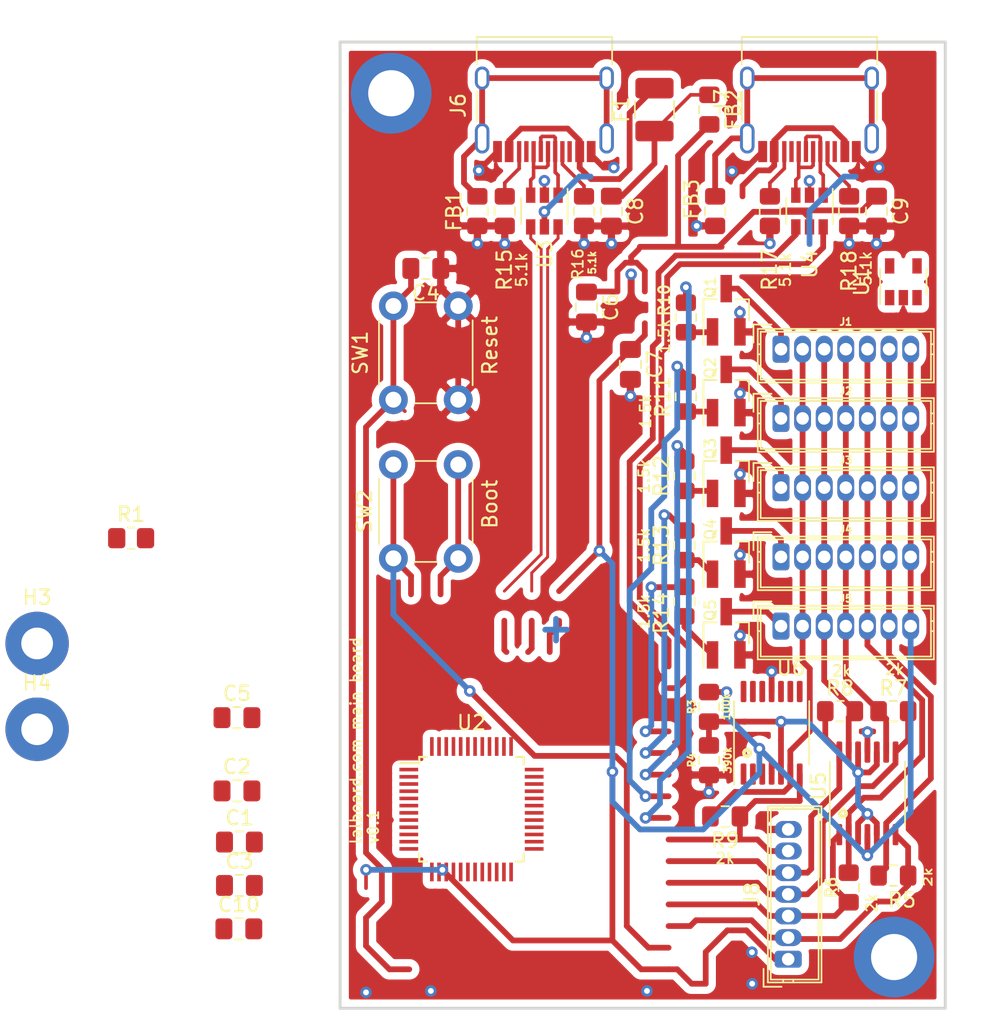
<source format=kicad_pcb>
(kicad_pcb (version 20171130) (host pcbnew "(5.1.10)-1")
  (layers (0 F.Cu signal) (31 B.Cu signal) (34 B.Paste user hide) (35 F.Paste user) (36 B.SilkS user hide) (37 F.SilkS user) (38 B.Mask user hide) (39 F.Mask user) (44 Edge.Cuts user))
  (net 0 "")
  (net 1 GND)
  (net 2 +3V3)
  (net 3 +5V)
  (net 4 "Net-(FB1-Pad1)")
  (net 5 "Net-(FB3-Pad1)")
  (net 6 /COL5)
  (net 7 /COL4)
  (net 8 /COL3)
  (net 9 /COL2)
  (net 10 /COL1)
  (net 11 "Net-(Q1-Pad1)")
  (net 12 "Net-(Q2-Pad1)")
  (net 13 "Net-(Q3-Pad1)")
  (net 14 "Net-(Q4-Pad1)")
  (net 15 "Net-(Q5-Pad1)")
  (net 16 "Net-(R1-Pad1)")
  (net 17 "Net-(J6-PadB5)")
  (net 18 "Net-(J6-PadA5)")
  (net 19 "Net-(J7-PadB5)")
  (net 20 "Net-(J7-PadA5)")
  (net 21 /RD-)
  (net 22 /RD+)
  (net 23 "Net-(C8-Pad1)")
  (net 24 "Net-(C9-Pad1)")
  (net 25 /ROW5)
  (net 26 /ROW4)
  (net 27 /ROW3)
  (net 28 /ROW2)
  (net 29 /ROW1)
  (net 30 /AMP_REF)
  (net 31 /COL1_AMP)
  (net 32 /COL2_AMP)
  (net 33 /COL3_AMP)
  (net 34 /COL4_AMP)
  (net 35 /COL5_AMP)
  (net 36 "Net-(R19-Pad1)")
  (net 37 "Net-(R20-Pad1)")
  (net 38 "Net-(J1-Pad1)")
  (net 39 "Net-(J2-Pad1)")
  (net 40 "Net-(J3-Pad1)")
  (net 41 "Net-(J4-Pad1)")
  (net 42 "Net-(J5-Pad1)")
  (net 43 /NRST)
  (net 44 VBUS)
  (net 45 /SWDIO)
  (net 46 /SWCLK)
  (net 47 /SCL_raw)
  (net 48 /SDA_raw)
  (net 49 /BOOT0)
  (net 50 /USB_D+)
  (net 51 /USB_D-)
  (net 52 /I2C_SDA)
  (net 53 /I2C_SCL)
  (module Package_QFP:TQFP-48_7x7mm_P0.5mm (layer F.Cu) (at 159.12 86.2)
    (fp_text reference U2 (at 0 -6) (layer F.SilkS))
    (fp_text value STM32L412C8T6)
    (pad 48 smd rect (at -2.75 -4.35 90) (size 1.3 0.25) (layers F.Cu F.Paste F.Mask) (net 2 +3V3))
    (pad 47 smd rect (at -2.25 -4.35 90) (size 1.3 0.25) (layers F.Cu F.Paste F.Mask) (net 1 GND))
    (pad 46 smd rect (at -1.75 -4.35 90) (size 1.3 0.25) (layers F.Cu F.Paste F.Mask) (net 28 /ROW2))
    (pad 45 smd rect (at -1.25 -4.35 90) (size 1.3 0.25) (layers F.Cu F.Paste F.Mask) (net 27 /ROW3))
    (pad 44 smd rect (at -0.75 -4.35 90) (size 1.3 0.25) (layers F.Cu F.Paste F.Mask) (net 49 /BOOT0))
    (pad 43 smd rect (at -0.25 -4.35 90) (size 1.3 0.25) (layers F.Cu F.Paste F.Mask) (net 26 /ROW4))
    (pad 42 smd rect (at 0.25 -4.35 90) (size 1.3 0.25) (layers F.Cu F.Paste F.Mask) (net 25 /ROW5))
    (pad 41 smd rect (at 0.75 -4.35 90) (size 1.3 0.25) (layers F.Cu F.Paste F.Mask) (net 35 /COL5_AMP))
    (pad 40 smd rect (at 1.25 -4.35 90) (size 1.3 0.25) (layers F.Cu F.Paste F.Mask) (net 34 /COL4_AMP))
    (pad 39 smd rect (at 1.75 -4.35 90) (size 1.3 0.25) (layers F.Cu F.Paste F.Mask) (net 33 /COL3_AMP))
    (pad 38 smd rect (at 2.25 -4.35 90) (size 1.3 0.25) (layers F.Cu F.Paste F.Mask))
    (pad 37 smd rect (at 2.75 -4.35 90) (size 1.3 0.25) (layers F.Cu F.Paste F.Mask) (net 46 /SWCLK))
    (pad 36 smd rect (at 4.35 -2.75) (size 1.3 0.25) (layers F.Cu F.Paste F.Mask) (net 2 +3V3))
    (pad 35 smd rect (at 4.35 -2.25) (size 1.3 0.25) (layers F.Cu F.Paste F.Mask) (net 1 GND))
    (pad 34 smd rect (at 4.35 -1.75) (size 1.3 0.25) (layers F.Cu F.Paste F.Mask) (net 45 /SWDIO))
    (pad 33 smd rect (at 4.35 -1.25) (size 1.3 0.25) (layers F.Cu F.Paste F.Mask) (net 50 /USB_D+))
    (pad 32 smd rect (at 4.35 -0.75) (size 1.3 0.25) (layers F.Cu F.Paste F.Mask) (net 51 /USB_D-))
    (pad 31 smd rect (at 4.35 -0.25) (size 1.3 0.25) (layers F.Cu F.Paste F.Mask) (net 52 /I2C_SDA))
    (pad 30 smd rect (at 4.35 0.25) (size 1.3 0.25) (layers F.Cu F.Paste F.Mask) (net 53 /I2C_SCL))
    (pad 29 smd rect (at 4.35 0.75) (size 1.3 0.25) (layers F.Cu F.Paste F.Mask))
    (pad 28 smd rect (at 4.35 1.25) (size 1.3 0.25) (layers F.Cu F.Paste F.Mask))
    (pad 27 smd rect (at 4.35 1.75) (size 1.3 0.25) (layers F.Cu F.Paste F.Mask))
    (pad 26 smd rect (at 4.35 2.25) (size 1.3 0.25) (layers F.Cu F.Paste F.Mask))
    (pad 25 smd rect (at 4.35 2.75) (size 1.3 0.25) (layers F.Cu F.Paste F.Mask))
    (pad 24 smd rect (at 2.75 4.35 90) (size 1.3 0.25) (layers F.Cu F.Paste F.Mask) (net 2 +3V3))
    (pad 23 smd rect (at 2.25 4.35 90) (size 1.3 0.25) (layers F.Cu F.Paste F.Mask) (net 1 GND))
    (pad 22 smd rect (at 1.75 4.35 90) (size 1.3 0.25) (layers F.Cu F.Paste F.Mask))
    (pad 21 smd rect (at 1.25 4.35 90) (size 1.3 0.25) (layers F.Cu F.Paste F.Mask) (net 29 /ROW1))
    (pad 20 smd rect (at 0.75 4.35 90) (size 1.3 0.25) (layers F.Cu F.Paste F.Mask) (net 32 /COL2_AMP))
    (pad 19 smd rect (at 0.25 4.35 90) (size 1.3 0.25) (layers F.Cu F.Paste F.Mask) (net 31 /COL1_AMP))
    (pad 18 smd rect (at -0.25 4.35 90) (size 1.3 0.25) (layers F.Cu F.Paste F.Mask))
    (pad 17 smd rect (at -0.75 4.35 90) (size 1.3 0.25) (layers F.Cu F.Paste F.Mask))
    (pad 16 smd rect (at -1.25 4.35 90) (size 1.3 0.25) (layers F.Cu F.Paste F.Mask))
    (pad 15 smd rect (at -1.75 4.35 90) (size 1.3 0.25) (layers F.Cu F.Paste F.Mask))
    (pad 14 smd rect (at -2.25 4.35 90) (size 1.3 0.25) (layers F.Cu F.Paste F.Mask))
    (pad 13 smd rect (at -2.75 4.35 90) (size 1.3 0.25) (layers F.Cu F.Paste F.Mask))
    (pad 12 smd rect (at -4.35 2.75) (size 1.3 0.25) (layers F.Cu F.Paste F.Mask))
    (pad 11 smd rect (at -4.35 2.25) (size 1.3 0.25) (layers F.Cu F.Paste F.Mask))
    (pad 10 smd rect (at -4.35 1.75) (size 1.3 0.25) (layers F.Cu F.Paste F.Mask))
    (pad 9 smd rect (at -4.35 1.25) (size 1.3 0.25) (layers F.Cu F.Paste F.Mask) (net 2 +3V3))
    (pad 8 smd rect (at -4.35 0.75) (size 1.3 0.25) (layers F.Cu F.Paste F.Mask) (net 1 GND))
    (pad 7 smd rect (at -4.35 0.25) (size 1.3 0.25) (layers F.Cu F.Paste F.Mask) (net 43 /NRST))
    (pad 6 smd rect (at -4.35 -0.25) (size 1.3 0.25) (layers F.Cu F.Paste F.Mask))
    (pad 5 smd rect (at -4.35 -0.75) (size 1.3 0.25) (layers F.Cu F.Paste F.Mask))
    (pad 4 smd rect (at -4.35 -1.25) (size 1.3 0.25) (layers F.Cu F.Paste F.Mask))
    (pad 3 smd rect (at -4.35 -1.75) (size 1.3 0.25) (layers F.Cu F.Paste F.Mask))
    (pad 2 smd rect (at -4.35 -2.25) (size 1.3 0.25) (layers F.Cu F.Paste F.Mask))
    (pad 1 smd rect (at -4.35 -2.75) (size 1.3 0.25) (layers F.Cu F.Paste F.Mask) (net 2 +3V3))
  )
  (module Capacitor_SMD:C_0805_2012Metric_Pad1.18x1.45mm_HandSolder (layer F.Cu) (at 187.23 44.725 270)
    (fp_text reference C9 (at 0 -1.68 90) (layer F.SilkS))
    (fp_text value .1u)
    (pad 2 smd roundrect (at 1.0375 0 270) (size 1.175 1.45) (layers F.Cu F.Paste F.Mask) (roundrect_rratio 0.212766) (net 1 GND))
    (pad 1 smd roundrect (at -1.0375 0 270) (size 1.175 1.45) (layers F.Cu F.Paste F.Mask) (roundrect_rratio 0.212766) (net 3 +5V))
  )
  (module Capacitor_SMD:C_0805_2012Metric_Pad1.18x1.45mm_HandSolder (layer F.Cu) (at 168.83 44.725 270)
    (fp_text reference C8 (at 0 -1.68 90) (layer F.SilkS))
    (fp_text value .1u)
    (pad 2 smd roundrect (at 1.0375 0 270) (size 1.175 1.45) (layers F.Cu F.Paste F.Mask) (roundrect_rratio 0.212766) (net 1 GND))
    (pad 1 smd roundrect (at -1.0375 0 270) (size 1.175 1.45) (layers F.Cu F.Paste F.Mask) (roundrect_rratio 0.212766) (net 23 "Net-(C8-Pad1)"))
  )
  (module Capacitor_SMD:C_0805_2012Metric_Pad1.18x1.45mm_HandSolder (layer F.Cu) (at 170.15 55.355 270)
    (fp_text reference C7 (at 0 -1.68 90) (layer F.SilkS))
    (fp_text value 1uF)
    (pad 2 smd roundrect (at 1.0375 0 270) (size 1.175 1.45) (layers F.Cu F.Paste F.Mask) (roundrect_rratio 0.212766) (net 1 GND))
    (pad 1 smd roundrect (at -1.0375 0 270) (size 1.175 1.45) (layers F.Cu F.Paste F.Mask) (roundrect_rratio 0.212766) (net 2 +3V3))
  )
  (module Capacitor_SMD:C_0805_2012Metric_Pad1.18x1.45mm_HandSolder (layer F.Cu) (at 167.1 51.375 270)
    (fp_text reference C6 (at 0 -1.68 90) (layer F.SilkS))
    (fp_text value 1uF)
    (pad 2 smd roundrect (at 1.0375 0 270) (size 1.175 1.45) (layers F.Cu F.Paste F.Mask) (roundrect_rratio 0.212766) (net 1 GND))
    (pad 1 smd roundrect (at -1.0375 0 270) (size 1.175 1.45) (layers F.Cu F.Paste F.Mask) (roundrect_rratio 0.212766) (net 3 +5V))
  )
  (module Capacitor_SMD:C_0805_2012Metric_Pad1.18x1.45mm_HandSolder (layer F.Cu) (at 155.95 48.7 180)
    (fp_text reference C4 (at 0 -1.68) (layer F.SilkS))
    (fp_text value .1u)
    (pad 2 smd roundrect (at 1.0375 0 180) (size 1.175 1.45) (layers F.Cu F.Paste F.Mask) (roundrect_rratio 0.212766) (net 43 /NRST))
    (pad 1 smd roundrect (at -1.0375 0 180) (size 1.175 1.45) (layers F.Cu F.Paste F.Mask) (roundrect_rratio 0.212766) (net 1 GND))
  )
  (module Package_TO_SOT_SMD:SOT-23-5 (layer F.Cu) (at 189.092 49.624 90)
    (fp_text reference U1 (at 0 -2.9 90) (layer F.SilkS))
    (fp_text value MIC5504-3.3YM5)
    (pad 5 smd rect (at 1.1 -0.95 90) (size 1.06 0.65) (layers F.Cu F.Paste F.Mask) (net 2 +3V3))
    (pad 4 smd rect (at 1.1 0.95 90) (size 1.06 0.65) (layers F.Cu F.Paste F.Mask))
    (pad 3 smd rect (at -1.1 0.95 90) (size 1.06 0.65) (layers F.Cu F.Paste F.Mask) (net 3 +5V))
    (pad 2 smd rect (at -1.1 0 90) (size 1.06 0.65) (layers F.Cu F.Paste F.Mask) (net 1 GND))
    (pad 1 smd rect (at -1.1 -0.95 90) (size 1.06 0.65) (layers F.Cu F.Paste F.Mask) (net 3 +5V))
  )
  (module Resistor_SMD:R_0805_2012Metric_Pad1.20x1.40mm_HandSolder (layer F.Cu) (at 135.498 67.404)
    (fp_text reference R1 (at 0 -1.65) (layer F.SilkS))
    (fp_text value 10k)
    (pad 2 smd roundrect (at 1 0) (size 1.2 1.4) (layers F.Cu F.Paste F.Mask) (roundrect_rratio 0.208333) (net 1 GND))
    (pad 1 smd roundrect (at -1 0) (size 1.2 1.4) (layers F.Cu F.Paste F.Mask) (roundrect_rratio 0.208333) (net 49 /BOOT0))
  )
  (module MountingHole:MountingHole_2.2mm_M2_Pad (layer F.Cu) (at 128.975001 80.655001)
    (fp_text reference H4 (at 0 -3.2) (layer F.SilkS))
    (fp_text value SWCLK)
    (pad 1 thru_hole circle (at 0 0) (size 4.4 4.4) (drill 2.2) (layers *.Cu *.Mask) (net 46 /SWCLK))
  )
  (module MountingHole:MountingHole_2.2mm_M2_Pad (layer F.Cu) (at 128.975001 74.705001)
    (fp_text reference H3 (at 0 -3.2) (layer F.SilkS))
    (fp_text value SWDIO)
    (pad 1 thru_hole circle (at 0 0) (size 4.4 4.4) (drill 2.2) (layers *.Cu *.Mask) (net 45 /SWDIO))
  )
  (module Inductor_SMD:L_0805_2012Metric_Pad1.15x1.40mm_HandSolder (layer F.Cu) (at 175.63 37.686 270)
    (fp_text reference FB2 (at 0 -1.65 90) (layer F.SilkS))
    (fp_text value ACML-0805-500-T)
    (pad 2 smd roundrect (at 1.025 0 270) (size 1.15 1.4) (layers F.Cu F.Paste F.Mask) (roundrect_rratio 0.217391) (net 3 +5V))
    (pad 1 smd roundrect (at -1.025 0 270) (size 1.15 1.4) (layers F.Cu F.Paste F.Mask) (roundrect_rratio 0.217391) (net 23 "Net-(C8-Pad1)"))
  )
  (module Fuse:Fuse_1210_3225Metric_Pad1.42x2.65mm_HandSolder (layer F.Cu) (at 171.82 37.686 90)
    (fp_text reference F1 (at 0 -2.28 90) (layer F.SilkS))
    (fp_text value "Polyfuse 100mA")
    (pad 2 smd roundrect (at 1.4875 0 90) (size 1.425 2.65) (layers F.Cu F.Paste F.Mask) (roundrect_rratio 0.175439) (net 44 VBUS))
    (pad 1 smd roundrect (at -1.4875 0 90) (size 1.425 2.65) (layers F.Cu F.Paste F.Mask) (roundrect_rratio 0.175439) (net 23 "Net-(C8-Pad1)"))
  )
  (module Capacitor_SMD:C_0805_2012Metric_Pad1.18x1.45mm_HandSolder (layer F.Cu) (at 142.975001 94.495001)
    (fp_text reference C10 (at 0 -1.68) (layer F.SilkS))
    (fp_text value 0.1u)
    (pad 2 smd roundrect (at 1.0375 0) (size 1.175 1.45) (layers F.Cu F.Paste F.Mask) (roundrect_rratio 0.212766) (net 1 GND))
    (pad 1 smd roundrect (at -1.0375 0) (size 1.175 1.45) (layers F.Cu F.Paste F.Mask) (roundrect_rratio 0.212766) (net 2 +3V3))
  )
  (module Capacitor_SMD:C_0805_2012Metric_Pad1.18x1.45mm_HandSolder (layer F.Cu) (at 142.8425 79.85)
    (fp_text reference C5 (at 0 -1.68) (layer F.SilkS))
    (fp_text value 0.1u)
    (pad 2 smd roundrect (at 1.0375 0) (size 1.175 1.45) (layers F.Cu F.Paste F.Mask) (roundrect_rratio 0.212766) (net 1 GND))
    (pad 1 smd roundrect (at -1.0375 0) (size 1.175 1.45) (layers F.Cu F.Paste F.Mask) (roundrect_rratio 0.212766) (net 2 +3V3))
  )
  (module Capacitor_SMD:C_0805_2012Metric_Pad1.18x1.45mm_HandSolder (layer F.Cu) (at 143.015001 91.485001)
    (fp_text reference C3 (at 0 -1.68) (layer F.SilkS))
    (fp_text value 0.1u)
    (pad 2 smd roundrect (at 1.0375 0) (size 1.175 1.45) (layers F.Cu F.Paste F.Mask) (roundrect_rratio 0.212766) (net 1 GND))
    (pad 1 smd roundrect (at -1.0375 0) (size 1.175 1.45) (layers F.Cu F.Paste F.Mask) (roundrect_rratio 0.212766) (net 2 +3V3))
  )
  (module Capacitor_SMD:C_0805_2012Metric_Pad1.18x1.45mm_HandSolder (layer F.Cu) (at 142.8425 84.93)
    (fp_text reference C2 (at 0 -1.68) (layer F.SilkS))
    (fp_text value 0.1u)
    (pad 2 smd roundrect (at 1.0375 0) (size 1.175 1.45) (layers F.Cu F.Paste F.Mask) (roundrect_rratio 0.212766) (net 1 GND))
    (pad 1 smd roundrect (at -1.0375 0) (size 1.175 1.45) (layers F.Cu F.Paste F.Mask) (roundrect_rratio 0.212766) (net 2 +3V3))
  )
  (module Capacitor_SMD:C_0805_2012Metric_Pad1.18x1.45mm_HandSolder (layer F.Cu) (at 143.015001 88.475001)
    (fp_text reference C1 (at 0 -1.68) (layer F.SilkS))
    (fp_text value 0.1u)
    (pad 2 smd roundrect (at 1.0375 0) (size 1.175 1.45) (layers F.Cu F.Paste F.Mask) (roundrect_rratio 0.212766) (net 1 GND))
    (pad 1 smd roundrect (at -1.0375 0) (size 1.175 1.45) (layers F.Cu F.Paste F.Mask) (roundrect_rratio 0.212766) (net 2 +3V3))
  )
  (module lalboard:JST_ZH_B7B-ZR_1x07_P1.50mm_Vertical (layer F.Cu) (at 181.1 96.6 90)
    (fp_text reference J8 (at 4.5 -2.5 90) (layer F.SilkS))
    (fp_text value Conn_01x07)
    (pad 7 thru_hole oval (at 9 0 90) (size 1.17 1.87) (drill 0.87) (layers *.Cu *.Mask) (net 1 GND))
    (pad 6 thru_hole oval (at 7.5 0 90) (size 1.17 1.87) (drill 0.87) (layers *.Cu *.Mask) (net 35 /COL5_AMP))
    (pad 5 thru_hole oval (at 6 0 90) (size 1.17 1.87) (drill 0.87) (layers *.Cu *.Mask) (net 34 /COL4_AMP))
    (pad 4 thru_hole oval (at 4.5 0 90) (size 1.17 1.87) (drill 0.87) (layers *.Cu *.Mask) (net 33 /COL3_AMP))
    (pad 3 thru_hole oval (at 3 0 90) (size 1.17 1.87) (drill 0.87) (layers *.Cu *.Mask) (net 32 /COL2_AMP))
    (pad 2 thru_hole oval (at 1.5 0 90) (size 1.17 1.87) (drill 0.87) (layers *.Cu *.Mask) (net 31 /COL1_AMP))
    (pad 1 thru_hole roundrect (at 0 0 90) (size 1.17 1.87) (drill 0.87) (layers *.Cu *.Mask) (roundrect_rratio 0.213675) (net 2 +3V3))
  )
  (module lalboard:TSSOP-14_4.4x5mm_P0.65mm (layer F.Cu) (at 179.95 80.9 90)
    (fp_text reference U6 (at 4.5 1.35 180) (layer F.SilkS))
    (fp_text value LMV324)
    (pad 14 smd roundrect (at 2.8625 -1.95 90) (size 1.475 0.4) (layers F.Cu F.Paste F.Mask))
    (pad 13 smd roundrect (at 2.8625 -1.3 90) (size 1.475 0.4) (layers F.Cu F.Paste F.Mask))
    (pad 12 smd roundrect (at 2.8625 -0.65 90) (size 1.475 0.4) (layers F.Cu F.Paste F.Mask))
    (pad 11 smd roundrect (at 2.8625 0 90) (size 1.475 0.4) (layers F.Cu F.Paste F.Mask) (net 1 GND))
    (pad 10 smd roundrect (at 2.8625 0.65 90) (size 1.475 0.4) (layers F.Cu F.Paste F.Mask))
    (pad 9 smd roundrect (at 2.8625 1.3 90) (size 1.475 0.4) (layers F.Cu F.Paste F.Mask))
    (pad 8 smd roundrect (at 2.8625 1.95 90) (size 1.475 0.4) (layers F.Cu F.Paste F.Mask))
    (pad 7 smd roundrect (at -2.8625 1.95 90) (size 1.475 0.4) (layers F.Cu F.Paste F.Mask) (net 35 /COL5_AMP))
    (pad 6 smd roundrect (at -2.8625 1.3 90) (size 1.475 0.4) (layers F.Cu F.Paste F.Mask) (net 6 /COL5))
    (pad 5 smd roundrect (at -2.8625 0.65 90) (size 1.475 0.4) (layers F.Cu F.Paste F.Mask) (net 30 /AMP_REF))
    (pad 4 smd roundrect (at -2.8625 0 90) (size 1.475 0.4) (layers F.Cu F.Paste F.Mask) (net 2 +3V3))
    (pad 3 smd roundrect (at -2.8625 -0.65 90) (size 1.475 0.4) (layers F.Cu F.Paste F.Mask))
    (pad 2 smd roundrect (at -2.8625 -1.3 90) (size 1.475 0.4) (layers F.Cu F.Paste F.Mask))
    (pad 1 smd roundrect (at -2.8625 -1.95 90) (size 1.475 0.4) (layers F.Cu F.Paste F.Mask))
  )
  (module lalboard:TSSOP-14_4.4x5mm_P0.65mm (layer F.Cu) (at 186.6 85.1 90)
    (fp_text reference U5 (at 0.5 -3.4 90) (layer F.SilkS))
    (fp_text value LMV324)
    (pad 14 smd roundrect (at 2.8625 -1.95 90) (size 1.475 0.4) (layers F.Cu F.Paste F.Mask) (net 34 /COL4_AMP))
    (pad 13 smd roundrect (at 2.8625 -1.3 90) (size 1.475 0.4) (layers F.Cu F.Paste F.Mask) (net 7 /COL4))
    (pad 12 smd roundrect (at 2.8625 -0.65 90) (size 1.475 0.4) (layers F.Cu F.Paste F.Mask) (net 30 /AMP_REF))
    (pad 11 smd roundrect (at 2.8625 0 90) (size 1.475 0.4) (layers F.Cu F.Paste F.Mask) (net 1 GND))
    (pad 10 smd roundrect (at 2.8625 0.65 90) (size 1.475 0.4) (layers F.Cu F.Paste F.Mask) (net 30 /AMP_REF))
    (pad 9 smd roundrect (at 2.8625 1.3 90) (size 1.475 0.4) (layers F.Cu F.Paste F.Mask) (net 8 /COL3))
    (pad 8 smd roundrect (at 2.8625 1.95 90) (size 1.475 0.4) (layers F.Cu F.Paste F.Mask) (net 33 /COL3_AMP))
    (pad 7 smd roundrect (at -2.8625 1.95 90) (size 1.475 0.4) (layers F.Cu F.Paste F.Mask) (net 31 /COL1_AMP))
    (pad 6 smd roundrect (at -2.8625 1.3 90) (size 1.475 0.4) (layers F.Cu F.Paste F.Mask) (net 10 /COL1))
    (pad 5 smd roundrect (at -2.8625 0.65 90) (size 1.475 0.4) (layers F.Cu F.Paste F.Mask) (net 30 /AMP_REF))
    (pad 4 smd roundrect (at -2.8625 0 90) (size 1.475 0.4) (layers F.Cu F.Paste F.Mask) (net 2 +3V3))
    (pad 3 smd roundrect (at -2.8625 -0.65 90) (size 1.475 0.4) (layers F.Cu F.Paste F.Mask) (net 30 /AMP_REF))
    (pad 2 smd roundrect (at -2.8625 -1.3 90) (size 1.475 0.4) (layers F.Cu F.Paste F.Mask) (net 9 /COL2))
    (pad 1 smd roundrect (at -2.8625 -1.95 90) (size 1.475 0.4) (layers F.Cu F.Paste F.Mask) (net 32 /COL2_AMP))
  )
  (module Button_Switch_THT:SW_PUSH_6mm_H5mm (layer F.Cu) (at 153.7 68.8 90)
    (fp_text reference SW2 (at 3.249999 -2 90) (layer F.SilkS))
    (fp_text value Boot (at 3.75 6.7 90) (layer F.SilkS))
    (pad 2 thru_hole circle (at 0 4.5 180) (size 2 2) (drill 1.1) (layers *.Cu *.Mask) (net 2 +3V3))
    (pad 1 thru_hole circle (at 0 0 180) (size 2 2) (drill 1.1) (layers *.Cu *.Mask) (net 49 /BOOT0))
    (pad 2 thru_hole circle (at 6.5 4.5 180) (size 2 2) (drill 1.1) (layers *.Cu *.Mask) (net 2 +3V3))
    (pad 1 thru_hole circle (at 6.5 0 90) (size 2 2) (drill 1.1) (layers *.Cu *.Mask) (net 49 /BOOT0))
  )
  (module Package_TO_SOT_SMD:SOT-23_Handsoldering (layer F.Cu) (at 176.8 74 90)
    (fp_text reference Q5 (at 1.6 -1.1 90) (layer F.SilkS) (effects (font (size 0.75 0.75) (thickness 0.125))))
    (fp_text value Q_NPN_BEC)
    (pad 3 smd rect (at 1.5 0 90) (size 1.9 0.8) (layers F.Cu F.Paste F.Mask) (net 42 "Net-(J5-Pad1)"))
    (pad 2 smd rect (at -1.5 0.95 90) (size 1.9 0.8) (layers F.Cu F.Paste F.Mask) (net 1 GND))
    (pad 1 smd rect (at -1.5 -0.95 90) (size 1.9 0.8) (layers F.Cu F.Paste F.Mask) (net 15 "Net-(Q5-Pad1)"))
  )
  (module MountingHole:MountingHole_3.2mm_M3_DIN965_Pad (layer F.Cu) (at 153.55 36.549999)
    (fp_text reference H2)
    (fp_text value MountingHole_Pad)
    (pad 1 thru_hole circle (at 0 0) (size 5.6 5.6) (drill 3.2) (layers *.Cu *.Mask) (net 1 GND))
  )
  (module MountingHole:MountingHole_3.2mm_M3_DIN965_Pad (layer F.Cu) (at 188.45 96.45)
    (fp_text reference H1)
    (fp_text value MountingHole_Pad)
    (pad 1 thru_hole circle (at 0 0) (size 5.6 5.6) (drill 3.2) (layers *.Cu *.Mask) (net 1 GND))
  )
  (module Resistor_SMD:R_0805_2012Metric_Pad1.15x1.40mm_HandSolder (layer F.Cu) (at 176.725 86.7 180)
    (fp_text reference R9 (at 0 -1.65) (layer F.SilkS))
    (fp_text value 2k (at 0 -2.9) (layer F.SilkS) (effects (font (size 0.75 0.75) (thickness 0.125))))
    (pad 2 smd roundrect (at 1.025 0 180) (size 1.15 1.4) (layers F.Cu F.Paste F.Mask) (roundrect_rratio 0.217391) (net 6 /COL5))
    (pad 1 smd roundrect (at -1.025 0 180) (size 1.15 1.4) (layers F.Cu F.Paste F.Mask) (roundrect_rratio 0.217391) (net 35 /COL5_AMP))
  )
  (module Resistor_SMD:R_0805_2012Metric_Pad1.15x1.40mm_HandSolder (layer F.Cu) (at 188.4 79.4 180)
    (fp_text reference R7 (at 0 1.6) (layer F.SilkS))
    (fp_text value 2k (at -0.1 2.9) (layer F.SilkS) (effects (font (size 0.75 0.75) (thickness 0.125))))
    (pad 2 smd roundrect (at 1.025 0 180) (size 1.15 1.4) (layers F.Cu F.Paste F.Mask) (roundrect_rratio 0.217391) (net 8 /COL3))
    (pad 1 smd roundrect (at -1.025 0 180) (size 1.15 1.4) (layers F.Cu F.Paste F.Mask) (roundrect_rratio 0.217391) (net 33 /COL3_AMP))
  )
  (module Resistor_SMD:R_0805_2012Metric_Pad1.15x1.40mm_HandSolder (layer F.Cu) (at 184.7 79.4)
    (fp_text reference R8 (at 0 -1.6) (layer F.SilkS))
    (fp_text value 2k (at 0.1 -2.8) (layer F.SilkS) (effects (font (size 0.75 0.75) (thickness 0.125))))
    (pad 2 smd roundrect (at 1.025 0) (size 1.15 1.4) (layers F.Cu F.Paste F.Mask) (roundrect_rratio 0.217391) (net 7 /COL4))
    (pad 1 smd roundrect (at -1.025 0) (size 1.15 1.4) (layers F.Cu F.Paste F.Mask) (roundrect_rratio 0.217391) (net 34 /COL4_AMP))
  )
  (module Resistor_SMD:R_0805_2012Metric_Pad1.15x1.40mm_HandSolder (layer F.Cu) (at 185.3 91.625 90)
    (fp_text reference R6 (at 0 -1.2 90) (layer F.SilkS) (effects (font (size 0.75 0.75))))
    (fp_text value 2k (at -1.075 1.6 90) (layer F.SilkS) (effects (font (size 0.75 0.75) (thickness 0.125))))
    (pad 2 smd roundrect (at 1.025 0 90) (size 1.15 1.4) (layers F.Cu F.Paste F.Mask) (roundrect_rratio 0.217391) (net 9 /COL2))
    (pad 1 smd roundrect (at -1.025 0 90) (size 1.15 1.4) (layers F.Cu F.Paste F.Mask) (roundrect_rratio 0.217391) (net 32 /COL2_AMP))
  )
  (module Resistor_SMD:R_0805_2012Metric_Pad1.15x1.40mm_HandSolder (layer F.Cu) (at 188.4 90.8 180)
    (fp_text reference R5 (at -0.6 -1.7) (layer F.SilkS))
    (fp_text value 2k (at -2.4 -0.1 270) (layer F.SilkS) (effects (font (size 0.57 0.75) (thickness 0.125))))
    (pad 2 smd roundrect (at 1.025 0 180) (size 1.15 1.4) (layers F.Cu F.Paste F.Mask) (roundrect_rratio 0.217391) (net 10 /COL1))
    (pad 1 smd roundrect (at -1.025 0 180) (size 1.15 1.4) (layers F.Cu F.Paste F.Mask) (roundrect_rratio 0.217391) (net 31 /COL1_AMP))
  )
  (module Resistor_SMD:R_0805_2012Metric_Pad1.15x1.40mm_HandSolder (layer F.Cu) (at 175.6 82.8 270)
    (fp_text reference R4 (at 0 1.2 90) (layer F.SilkS) (effects (font (size 0.5 0.5) (thickness 0.125))))
    (fp_text value 390k (at 0 -1.3 90) (layer F.SilkS) (effects (font (size 0.5 0.5) (thickness 0.125))))
    (pad 2 smd roundrect (at 1.025 0 270) (size 1.15 1.4) (layers F.Cu F.Paste F.Mask) (roundrect_rratio 0.217391) (net 1 GND))
    (pad 1 smd roundrect (at -1.025 0 270) (size 1.15 1.4) (layers F.Cu F.Paste F.Mask) (roundrect_rratio 0.217391) (net 30 /AMP_REF))
  )
  (module Resistor_SMD:R_0805_2012Metric_Pad1.15x1.40mm_HandSolder (layer F.Cu) (at 175.6 79.1 270)
    (fp_text reference R3 (at 0 1.2 90) (layer F.SilkS) (effects (font (size 0.5 0.5) (thickness 0.125))))
    (fp_text value 100k (at 0 -1.2 90) (layer F.SilkS) (effects (font (size 0.5 0.5) (thickness 0.125))))
    (pad 2 smd roundrect (at 1.025 0 270) (size 1.15 1.4) (layers F.Cu F.Paste F.Mask) (roundrect_rratio 0.217391) (net 30 /AMP_REF))
    (pad 1 smd roundrect (at -1.025 0 270) (size 1.15 1.4) (layers F.Cu F.Paste F.Mask) (roundrect_rratio 0.217391) (net 2 +3V3))
  )
  (module Resistor_SMD:R_0805_2012Metric_Pad1.15x1.40mm_HandSolder (layer F.Cu) (at 173.9 71.8 90)
    (fp_text reference R14 (at -0.8 -1.6 90) (layer F.SilkS))
    (fp_text value 1.5k (at -0.7 -2.8 90) (layer F.SilkS) (effects (font (size 0.75 0.75) (thickness 0.125))))
    (pad 2 smd roundrect (at 1.025 0 90) (size 1.15 1.4) (layers F.Cu F.Paste F.Mask) (roundrect_rratio 0.217391) (net 29 /ROW1))
    (pad 1 smd roundrect (at -1.025 0 90) (size 1.15 1.4) (layers F.Cu F.Paste F.Mask) (roundrect_rratio 0.217391) (net 15 "Net-(Q5-Pad1)"))
  )
  (module Resistor_SMD:R_0805_2012Metric_Pad1.15x1.40mm_HandSolder (layer F.Cu) (at 173.9 67.9 90)
    (fp_text reference R13 (at 0 -1.6 90) (layer F.SilkS))
    (fp_text value 1.5k (at 0 -2.8 90) (layer F.SilkS) (effects (font (size 0.75 0.75) (thickness 0.125))))
    (pad 2 smd roundrect (at 1.025 0 90) (size 1.15 1.4) (layers F.Cu F.Paste F.Mask) (roundrect_rratio 0.217391) (net 28 /ROW2))
    (pad 1 smd roundrect (at -1.025 0 90) (size 1.15 1.4) (layers F.Cu F.Paste F.Mask) (roundrect_rratio 0.217391) (net 14 "Net-(Q4-Pad1)"))
  )
  (module Resistor_SMD:R_0805_2012Metric_Pad1.15x1.40mm_HandSolder (layer F.Cu) (at 173.9 63.1 90)
    (fp_text reference R12 (at 0 -1.6 90) (layer F.SilkS))
    (fp_text value 1.5k (at 0 -2.8 90) (layer F.SilkS) (effects (font (size 0.75 0.75) (thickness 0.125))))
    (pad 2 smd roundrect (at 1.025 0 90) (size 1.15 1.4) (layers F.Cu F.Paste F.Mask) (roundrect_rratio 0.217391) (net 27 /ROW3))
    (pad 1 smd roundrect (at -1.025 0 90) (size 1.15 1.4) (layers F.Cu F.Paste F.Mask) (roundrect_rratio 0.217391) (net 13 "Net-(Q3-Pad1)"))
  )
  (module Resistor_SMD:R_0805_2012Metric_Pad1.15x1.40mm_HandSolder (layer F.Cu) (at 174 57.6 90)
    (fp_text reference R11 (at 0 -1.6 90) (layer F.SilkS))
    (fp_text value 1.5k (at -1 -2.8 90) (layer F.SilkS) (effects (font (size 0.75 0.75) (thickness 0.125))))
    (pad 2 smd roundrect (at 1.025 0 90) (size 1.15 1.4) (layers F.Cu F.Paste F.Mask) (roundrect_rratio 0.217391) (net 26 /ROW4))
    (pad 1 smd roundrect (at -1.025 0 90) (size 1.15 1.4) (layers F.Cu F.Paste F.Mask) (roundrect_rratio 0.217391) (net 12 "Net-(Q2-Pad1)"))
  )
  (module Resistor_SMD:R_0805_2012Metric_Pad1.15x1.40mm_HandSolder (layer F.Cu) (at 174 52.1 90)
    (fp_text reference R10 (at 1.2 -1.5 90) (layer F.SilkS) (effects (font (size 0.75 0.75))))
    (fp_text value 1.5k (at -1.3 -1.5 90) (layer F.SilkS) (effects (font (size 0.75 0.75) (thickness 0.125))))
    (pad 2 smd roundrect (at 1.025 0 90) (size 1.15 1.4) (layers F.Cu F.Paste F.Mask) (roundrect_rratio 0.217391) (net 25 /ROW5))
    (pad 1 smd roundrect (at -1.025 0 90) (size 1.15 1.4) (layers F.Cu F.Paste F.Mask) (roundrect_rratio 0.217391) (net 11 "Net-(Q1-Pad1)"))
  )
  (module Connector_USB:USB_C_Receptacle_HRO_TYPE-C-31-M-12 (layer F.Cu) (at 182.58 36.55 180)
    (fp_text reference J7 (at 6.08 -0.55 90) (layer F.SilkS))
    (fp_text value TYPE-C-31-M-12)
    (pad B1 smd rect (at 3.25 -4.045 180) (size 0.6 1.45) (layers F.Cu F.Paste F.Mask) (net 1 GND))
    (pad A9 smd rect (at 2.45 -4.045 180) (size 0.6 1.45) (layers F.Cu F.Paste F.Mask) (net 44 VBUS))
    (pad B9 smd rect (at -2.45 -4.045 180) (size 0.6 1.45) (layers F.Cu F.Paste F.Mask) (net 44 VBUS))
    (pad B12 smd rect (at -3.25 -4.045 180) (size 0.6 1.45) (layers F.Cu F.Paste F.Mask) (net 1 GND))
    (pad A1 smd rect (at -3.25 -4.045 180) (size 0.6 1.45) (layers F.Cu F.Paste F.Mask) (net 1 GND))
    (pad A4 smd rect (at -2.45 -4.045 180) (size 0.6 1.45) (layers F.Cu F.Paste F.Mask) (net 44 VBUS))
    (pad B4 smd rect (at 2.45 -4.045 180) (size 0.6 1.45) (layers F.Cu F.Paste F.Mask) (net 44 VBUS))
    (pad A12 smd rect (at 3.25 -4.045 180) (size 0.6 1.45) (layers F.Cu F.Paste F.Mask) (net 1 GND))
    (pad B8 smd rect (at -1.75 -4.045 180) (size 0.3 1.45) (layers F.Cu F.Paste F.Mask))
    (pad A5 smd rect (at -1.25 -4.045 180) (size 0.3 1.45) (layers F.Cu F.Paste F.Mask) (net 20 "Net-(J7-PadA5)"))
    (pad B7 smd rect (at -0.75 -4.045 180) (size 0.3 1.45) (layers F.Cu F.Paste F.Mask) (net 47 /SCL_raw))
    (pad A7 smd rect (at 0.25 -4.045 180) (size 0.3 1.45) (layers F.Cu F.Paste F.Mask) (net 47 /SCL_raw))
    (pad B6 smd rect (at 0.75 -4.045 180) (size 0.3 1.45) (layers F.Cu F.Paste F.Mask) (net 48 /SDA_raw))
    (pad A8 smd rect (at 1.25 -4.045 180) (size 0.3 1.45) (layers F.Cu F.Paste F.Mask))
    (pad B5 smd rect (at 1.75 -4.045 180) (size 0.3 1.45) (layers F.Cu F.Paste F.Mask) (net 19 "Net-(J7-PadB5)"))
    (pad A6 smd rect (at -0.25 -4.045 180) (size 0.3 1.45) (layers F.Cu F.Paste F.Mask) (net 48 /SDA_raw))
    (pad S1 thru_hole oval (at 4.32 -3.13 180) (size 1 2.1) (drill oval 0.6 1.7) (layers *.Cu *.Mask) (net 5 "Net-(FB3-Pad1)"))
    (pad S1 thru_hole oval (at -4.32 -3.13 180) (size 1 2.1) (drill oval 0.6 1.7) (layers *.Cu *.Mask) (net 5 "Net-(FB3-Pad1)"))
    (pad "" np_thru_hole circle (at -2.89 -2.6 180) (size 0.65 0.65) (drill 0.65) (layers *.Cu *.Mask))
    (pad S1 thru_hole oval (at -4.32 1.05 180) (size 1 1.6) (drill oval 0.6 1.2) (layers *.Cu *.Mask) (net 5 "Net-(FB3-Pad1)"))
    (pad "" np_thru_hole circle (at 2.89 -2.6 180) (size 0.65 0.65) (drill 0.65) (layers *.Cu *.Mask))
    (pad S1 thru_hole oval (at 4.32 1.05 180) (size 1 1.6) (drill oval 0.6 1.2) (layers *.Cu *.Mask) (net 5 "Net-(FB3-Pad1)"))
  )
  (module Connector_USB:USB_C_Receptacle_HRO_TYPE-C-31-M-12 (layer F.Cu) (at 164.18 36.55 180)
    (fp_text reference J6 (at 5.98 -0.85 90) (layer F.SilkS))
    (fp_text value TYPE-C-31-M-12)
    (pad B1 smd rect (at 3.25 -4.045 180) (size 0.6 1.45) (layers F.Cu F.Paste F.Mask) (net 1 GND))
    (pad A9 smd rect (at 2.45 -4.045 180) (size 0.6 1.45) (layers F.Cu F.Paste F.Mask) (net 44 VBUS))
    (pad B9 smd rect (at -2.45 -4.045 180) (size 0.6 1.45) (layers F.Cu F.Paste F.Mask) (net 44 VBUS))
    (pad B12 smd rect (at -3.25 -4.045 180) (size 0.6 1.45) (layers F.Cu F.Paste F.Mask) (net 1 GND))
    (pad A1 smd rect (at -3.25 -4.045 180) (size 0.6 1.45) (layers F.Cu F.Paste F.Mask) (net 1 GND))
    (pad A4 smd rect (at -2.45 -4.045 180) (size 0.6 1.45) (layers F.Cu F.Paste F.Mask) (net 44 VBUS))
    (pad B4 smd rect (at 2.45 -4.045 180) (size 0.6 1.45) (layers F.Cu F.Paste F.Mask) (net 44 VBUS))
    (pad A12 smd rect (at 3.25 -4.045 180) (size 0.6 1.45) (layers F.Cu F.Paste F.Mask) (net 1 GND))
    (pad B8 smd rect (at -1.75 -4.045 180) (size 0.3 1.45) (layers F.Cu F.Paste F.Mask))
    (pad A5 smd rect (at -1.25 -4.045 180) (size 0.3 1.45) (layers F.Cu F.Paste F.Mask) (net 18 "Net-(J6-PadA5)"))
    (pad B7 smd rect (at -0.75 -4.045 180) (size 0.3 1.45) (layers F.Cu F.Paste F.Mask) (net 21 /RD-))
    (pad A7 smd rect (at 0.25 -4.045 180) (size 0.3 1.45) (layers F.Cu F.Paste F.Mask) (net 21 /RD-))
    (pad B6 smd rect (at 0.75 -4.045 180) (size 0.3 1.45) (layers F.Cu F.Paste F.Mask) (net 22 /RD+))
    (pad A8 smd rect (at 1.25 -4.045 180) (size 0.3 1.45) (layers F.Cu F.Paste F.Mask))
    (pad B5 smd rect (at 1.75 -4.045 180) (size 0.3 1.45) (layers F.Cu F.Paste F.Mask) (net 17 "Net-(J6-PadB5)"))
    (pad A6 smd rect (at -0.25 -4.045 180) (size 0.3 1.45) (layers F.Cu F.Paste F.Mask) (net 22 /RD+))
    (pad S1 thru_hole oval (at 4.32 -3.13 180) (size 1 2.1) (drill oval 0.6 1.7) (layers *.Cu *.Mask) (net 4 "Net-(FB1-Pad1)"))
    (pad S1 thru_hole oval (at -4.32 -3.13 180) (size 1 2.1) (drill oval 0.6 1.7) (layers *.Cu *.Mask) (net 4 "Net-(FB1-Pad1)"))
    (pad "" np_thru_hole circle (at -2.89 -2.6 180) (size 0.65 0.65) (drill 0.65) (layers *.Cu *.Mask))
    (pad S1 thru_hole oval (at -4.32 1.05 180) (size 1 1.6) (drill oval 0.6 1.2) (layers *.Cu *.Mask) (net 4 "Net-(FB1-Pad1)"))
    (pad "" np_thru_hole circle (at 2.89 -2.6 180) (size 0.65 0.65) (drill 0.65) (layers *.Cu *.Mask))
    (pad S1 thru_hole oval (at 4.32 1.05 180) (size 1 1.6) (drill oval 0.6 1.2) (layers *.Cu *.Mask) (net 4 "Net-(FB1-Pad1)"))
  )
  (module Inductor_SMD:L_0805_2012Metric_Pad1.15x1.40mm_HandSolder (layer F.Cu) (at 159.53 44.725 270)
    (fp_text reference FB1 (at 0 1.63 90) (layer F.SilkS))
    (fp_text value ACML-0805-500-T)
    (pad 2 smd roundrect (at 1.025 0 270) (size 1.15 1.4) (layers F.Cu F.Paste F.Mask) (roundrect_rratio 0.217391) (net 1 GND))
    (pad 1 smd roundrect (at -1.025 0 270) (size 1.15 1.4) (layers F.Cu F.Paste F.Mask) (roundrect_rratio 0.217391) (net 4 "Net-(FB1-Pad1)"))
  )
  (module Package_TO_SOT_SMD:SOT-23-6 (layer F.Cu) (at 164.18 44.72 270)
    (fp_text reference U3 (at 2.98 -0.02 90) (layer F.SilkS))
    (fp_text value USBLC6-2SC6)
    (pad 5 smd rect (at 1.1 0 270) (size 1.06 0.65) (layers F.Cu F.Paste F.Mask) (net 23 "Net-(C8-Pad1)"))
    (pad 6 smd rect (at 1.1 -0.95 270) (size 1.06 0.65) (layers F.Cu F.Paste F.Mask) (net 51 /USB_D-))
    (pad 4 smd rect (at 1.1 0.95 270) (size 1.06 0.65) (layers F.Cu F.Paste F.Mask) (net 50 /USB_D+))
    (pad 3 smd rect (at -1.1 0.95 270) (size 1.06 0.65) (layers F.Cu F.Paste F.Mask) (net 22 /RD+))
    (pad 2 smd rect (at -1.1 0 270) (size 1.06 0.65) (layers F.Cu F.Paste F.Mask) (net 1 GND))
    (pad 1 smd rect (at -1.1 -0.95 270) (size 1.06 0.65) (layers F.Cu F.Paste F.Mask) (net 21 /RD-))
  )
  (module Resistor_SMD:R_0805_2012Metric_Pad1.15x1.40mm_HandSolder (layer F.Cu) (at 161.43 44.725 270)
    (fp_text reference R15 (at 4.075 0.03 90) (layer F.SilkS))
    (fp_text value 5.1k (at 4.075 -1.17 90) (layer F.SilkS) (effects (font (size 0.75 0.75) (thickness 0.125))))
    (pad 2 smd roundrect (at 1.025 0 270) (size 1.15 1.4) (layers F.Cu F.Paste F.Mask) (roundrect_rratio 0.217391) (net 1 GND))
    (pad 1 smd roundrect (at -1.025 0 270) (size 1.15 1.4) (layers F.Cu F.Paste F.Mask) (roundrect_rratio 0.217391) (net 17 "Net-(J6-PadB5)"))
  )
  (module Resistor_SMD:R_0805_2012Metric_Pad1.15x1.40mm_HandSolder (layer F.Cu) (at 166.93 44.725 270)
    (fp_text reference R16 (at 3.675 0.43 90) (layer F.SilkS) (effects (font (size 0.75 0.75) (thickness 0.125))))
    (fp_text value 5.1k (at 3.575 -0.57 90) (layer F.SilkS) (effects (font (size 0.5 0.5) (thickness 0.125))))
    (pad 2 smd roundrect (at 1.025 0 270) (size 1.15 1.4) (layers F.Cu F.Paste F.Mask) (roundrect_rratio 0.217391) (net 1 GND))
    (pad 1 smd roundrect (at -1.025 0 270) (size 1.15 1.4) (layers F.Cu F.Paste F.Mask) (roundrect_rratio 0.217391) (net 18 "Net-(J6-PadA5)"))
  )
  (module Resistor_SMD:R_0805_2012Metric_Pad1.15x1.40mm_HandSolder (layer F.Cu) (at 185.33 44.725 270)
    (fp_text reference R18 (at 4.155 0.01 90) (layer F.SilkS))
    (fp_text value 5.1k (at 3.975 -1.17 90) (layer F.SilkS) (effects (font (size 0.75 0.75) (thickness 0.125))))
    (pad 2 smd roundrect (at 1.025 0 270) (size 1.15 1.4) (layers F.Cu F.Paste F.Mask) (roundrect_rratio 0.217391) (net 1 GND))
    (pad 1 smd roundrect (at -1.025 0 270) (size 1.15 1.4) (layers F.Cu F.Paste F.Mask) (roundrect_rratio 0.217391) (net 20 "Net-(J7-PadA5)"))
  )
  (module Resistor_SMD:R_0805_2012Metric_Pad1.15x1.40mm_HandSolder (layer F.Cu) (at 179.83 44.725 270)
    (fp_text reference R17 (at 4.075 0.03 90) (layer F.SilkS))
    (fp_text value 5.1k (at 4.075 -1.07 90) (layer F.SilkS) (effects (font (size 0.75 0.75) (thickness 0.125))))
    (pad 2 smd roundrect (at 1.025 0 270) (size 1.15 1.4) (layers F.Cu F.Paste F.Mask) (roundrect_rratio 0.217391) (net 1 GND))
    (pad 1 smd roundrect (at -1.025 0 270) (size 1.15 1.4) (layers F.Cu F.Paste F.Mask) (roundrect_rratio 0.217391) (net 19 "Net-(J7-PadB5)"))
  )
  (module Package_TO_SOT_SMD:SOT-23-6 (layer F.Cu) (at 182.58 44.72 270)
    (fp_text reference U4 (at 3.68 -0.02 90) (layer F.SilkS))
    (fp_text value USBLC6-2SC6)
    (pad 5 smd rect (at 1.1 0 270) (size 1.06 0.65) (layers F.Cu F.Paste F.Mask) (net 3 +5V))
    (pad 6 smd rect (at 1.1 -0.95 270) (size 1.06 0.65) (layers F.Cu F.Paste F.Mask) (net 53 /I2C_SCL))
    (pad 4 smd rect (at 1.1 0.95 270) (size 1.06 0.65) (layers F.Cu F.Paste F.Mask) (net 52 /I2C_SDA))
    (pad 3 smd rect (at -1.1 0.95 270) (size 1.06 0.65) (layers F.Cu F.Paste F.Mask) (net 48 /SDA_raw))
    (pad 2 smd rect (at -1.1 0 270) (size 1.06 0.65) (layers F.Cu F.Paste F.Mask) (net 1 GND))
    (pad 1 smd rect (at -1.1 -0.95 270) (size 1.06 0.65) (layers F.Cu F.Paste F.Mask) (net 47 /SCL_raw))
  )
  (module Button_Switch_THT:SW_PUSH_6mm_H5mm (layer F.Cu) (at 153.7 57.8 90)
    (fp_text reference SW1 (at 3.249999 -2.3 270) (layer F.SilkS))
    (fp_text value Reset (at 3.75 6.7 90) (layer F.SilkS))
    (pad 1 thru_hole circle (at 6.5 0 180) (size 2 2) (drill 1.1) (layers *.Cu *.Mask) (net 43 /NRST))
    (pad 2 thru_hole circle (at 6.5 4.5 180) (size 2 2) (drill 1.1) (layers *.Cu *.Mask) (net 1 GND))
    (pad 1 thru_hole circle (at 0 0 180) (size 2 2) (drill 1.1) (layers *.Cu *.Mask) (net 43 /NRST))
    (pad 2 thru_hole circle (at 0 4.5 180) (size 2 2) (drill 1.1) (layers *.Cu *.Mask) (net 1 GND))
  )
  (module Package_TO_SOT_SMD:SOT-23_Handsoldering (layer F.Cu) (at 176.8 68.4 90)
    (fp_text reference Q4 (at 1.6 -1.1 90) (layer F.SilkS) (effects (font (size 0.75 0.75) (thickness 0.125))))
    (fp_text value Q_NPN_BEC)
    (pad 3 smd rect (at 1.5 0 90) (size 1.9 0.8) (layers F.Cu F.Paste F.Mask) (net 41 "Net-(J4-Pad1)"))
    (pad 2 smd rect (at -1.5 0.95 90) (size 1.9 0.8) (layers F.Cu F.Paste F.Mask) (net 1 GND))
    (pad 1 smd rect (at -1.5 -0.95 90) (size 1.9 0.8) (layers F.Cu F.Paste F.Mask) (net 14 "Net-(Q4-Pad1)"))
  )
  (module Package_TO_SOT_SMD:SOT-23_Handsoldering (layer F.Cu) (at 176.8 62.8 90)
    (fp_text reference Q3 (at 1.6 -1.1 90) (layer F.SilkS) (effects (font (size 0.75 0.75) (thickness 0.125))))
    (fp_text value Q_NPN_BEC)
    (pad 3 smd rect (at 1.5 0 90) (size 1.9 0.8) (layers F.Cu F.Paste F.Mask) (net 40 "Net-(J3-Pad1)"))
    (pad 2 smd rect (at -1.5 0.95 90) (size 1.9 0.8) (layers F.Cu F.Paste F.Mask) (net 1 GND))
    (pad 1 smd rect (at -1.5 -0.95 90) (size 1.9 0.8) (layers F.Cu F.Paste F.Mask) (net 13 "Net-(Q3-Pad1)"))
  )
  (module Package_TO_SOT_SMD:SOT-23_Handsoldering (layer F.Cu) (at 176.8 57.2 90)
    (fp_text reference Q2 (at 1.6 -1.1 90) (layer F.SilkS) (effects (font (size 0.75 0.75) (thickness 0.125))))
    (fp_text value Q_NPN_BEC)
    (pad 3 smd rect (at 1.5 0 90) (size 1.9 0.8) (layers F.Cu F.Paste F.Mask) (net 39 "Net-(J2-Pad1)"))
    (pad 2 smd rect (at -1.5 0.95 90) (size 1.9 0.8) (layers F.Cu F.Paste F.Mask) (net 1 GND))
    (pad 1 smd rect (at -1.5 -0.95 90) (size 1.9 0.8) (layers F.Cu F.Paste F.Mask) (net 12 "Net-(Q2-Pad1)"))
  )
  (module Package_TO_SOT_SMD:SOT-23_Handsoldering (layer F.Cu) (at 176.8 51.6 90)
    (fp_text reference Q1 (at 1.6 -1.1 90) (layer F.SilkS) (effects (font (size 0.75 0.75) (thickness 0.125))))
    (fp_text value Q_NPN_BEC)
    (pad 3 smd rect (at 1.5 0 90) (size 1.9 0.8) (layers F.Cu F.Paste F.Mask) (net 38 "Net-(J1-Pad1)"))
    (pad 2 smd rect (at -1.5 0.95 90) (size 1.9 0.8) (layers F.Cu F.Paste F.Mask) (net 1 GND))
    (pad 1 smd rect (at -1.5 -0.95 90) (size 1.9 0.8) (layers F.Cu F.Paste F.Mask) (net 11 "Net-(Q1-Pad1)"))
  )
  (module lalboard:JST_ZH_B7B-ZR_1x07_P1.50mm_Vertical (layer F.Cu) (at 180.6 73.5)
    (fp_text reference J5 (at 4.5 -1.9) (layer F.SilkS) (effects (font (size 0.5 0.5) (thickness 0.125))))
    (fp_text value Conn_01x07)
    (pad 7 thru_hole oval (at 9 0) (size 1.17 1.87) (drill 0.87) (layers *.Cu *.Mask) (net 3 +5V))
    (pad 6 thru_hole oval (at 7.5 0) (size 1.17 1.87) (drill 0.87) (layers *.Cu *.Mask) (net 10 /COL1))
    (pad 5 thru_hole oval (at 6 0) (size 1.17 1.87) (drill 0.87) (layers *.Cu *.Mask) (net 9 /COL2))
    (pad 4 thru_hole oval (at 4.5 0) (size 1.17 1.87) (drill 0.87) (layers *.Cu *.Mask) (net 8 /COL3))
    (pad 3 thru_hole oval (at 3 0) (size 1.17 1.87) (drill 0.87) (layers *.Cu *.Mask) (net 7 /COL4))
    (pad 2 thru_hole oval (at 1.5 0) (size 1.17 1.87) (drill 0.87) (layers *.Cu *.Mask) (net 6 /COL5))
    (pad 1 thru_hole roundrect (at 0 0) (size 1.17 1.87) (drill 0.87) (layers *.Cu *.Mask) (roundrect_rratio 0.213675) (net 42 "Net-(J5-Pad1)"))
  )
  (module lalboard:JST_ZH_B7B-ZR_1x07_P1.50mm_Vertical (layer F.Cu) (at 180.6 68.7)
    (fp_text reference J4 (at 4.5 -1.9) (layer F.SilkS) (effects (font (size 0.5 0.5) (thickness 0.125))))
    (fp_text value Conn_01x07)
    (pad 7 thru_hole oval (at 9 0) (size 1.17 1.87) (drill 0.87) (layers *.Cu *.Mask) (net 3 +5V))
    (pad 6 thru_hole oval (at 7.5 0) (size 1.17 1.87) (drill 0.87) (layers *.Cu *.Mask) (net 10 /COL1))
    (pad 5 thru_hole oval (at 6 0) (size 1.17 1.87) (drill 0.87) (layers *.Cu *.Mask) (net 9 /COL2))
    (pad 4 thru_hole oval (at 4.5 0) (size 1.17 1.87) (drill 0.87) (layers *.Cu *.Mask) (net 8 /COL3))
    (pad 3 thru_hole oval (at 3 0) (size 1.17 1.87) (drill 0.87) (layers *.Cu *.Mask) (net 7 /COL4))
    (pad 2 thru_hole oval (at 1.5 0) (size 1.17 1.87) (drill 0.87) (layers *.Cu *.Mask) (net 6 /COL5))
    (pad 1 thru_hole roundrect (at 0 0) (size 1.17 1.87) (drill 0.87) (layers *.Cu *.Mask) (roundrect_rratio 0.213675) (net 41 "Net-(J4-Pad1)"))
  )
  (module lalboard:JST_ZH_B7B-ZR_1x07_P1.50mm_Vertical (layer F.Cu) (at 180.6 63.9)
    (fp_text reference J3 (at 4.5 -1.9) (layer F.SilkS) (effects (font (size 0.5 0.5) (thickness 0.125))))
    (fp_text value Conn_01x07)
    (pad 7 thru_hole oval (at 9 0) (size 1.17 1.87) (drill 0.87) (layers *.Cu *.Mask) (net 3 +5V))
    (pad 6 thru_hole oval (at 7.5 0) (size 1.17 1.87) (drill 0.87) (layers *.Cu *.Mask) (net 10 /COL1))
    (pad 5 thru_hole oval (at 6 0) (size 1.17 1.87) (drill 0.87) (layers *.Cu *.Mask) (net 9 /COL2))
    (pad 4 thru_hole oval (at 4.5 0) (size 1.17 1.87) (drill 0.87) (layers *.Cu *.Mask) (net 8 /COL3))
    (pad 3 thru_hole oval (at 3 0) (size 1.17 1.87) (drill 0.87) (layers *.Cu *.Mask) (net 7 /COL4))
    (pad 2 thru_hole oval (at 1.5 0) (size 1.17 1.87) (drill 0.87) (layers *.Cu *.Mask) (net 6 /COL5))
    (pad 1 thru_hole roundrect (at 0 0) (size 1.17 1.87) (drill 0.87) (layers *.Cu *.Mask) (roundrect_rratio 0.213675) (net 40 "Net-(J3-Pad1)"))
  )
  (module lalboard:JST_ZH_B7B-ZR_1x07_P1.50mm_Vertical (layer F.Cu) (at 180.6 59.1)
    (fp_text reference J2 (at 4.5 -1.9) (layer F.SilkS) (effects (font (size 0.5 0.5) (thickness 0.125))))
    (fp_text value Conn_01x07)
    (pad 7 thru_hole oval (at 9 0) (size 1.17 1.87) (drill 0.87) (layers *.Cu *.Mask) (net 3 +5V))
    (pad 6 thru_hole oval (at 7.5 0) (size 1.17 1.87) (drill 0.87) (layers *.Cu *.Mask) (net 10 /COL1))
    (pad 5 thru_hole oval (at 6 0) (size 1.17 1.87) (drill 0.87) (layers *.Cu *.Mask) (net 9 /COL2))
    (pad 4 thru_hole oval (at 4.5 0) (size 1.17 1.87) (drill 0.87) (layers *.Cu *.Mask) (net 8 /COL3))
    (pad 3 thru_hole oval (at 3 0) (size 1.17 1.87) (drill 0.87) (layers *.Cu *.Mask) (net 7 /COL4))
    (pad 2 thru_hole oval (at 1.5 0) (size 1.17 1.87) (drill 0.87) (layers *.Cu *.Mask) (net 6 /COL5))
    (pad 1 thru_hole roundrect (at 0 0) (size 1.17 1.87) (drill 0.87) (layers *.Cu *.Mask) (roundrect_rratio 0.213675) (net 39 "Net-(J2-Pad1)"))
  )
  (module lalboard:JST_ZH_B7B-ZR_1x07_P1.50mm_Vertical (layer F.Cu) (at 180.6 54.3)
    (fp_text reference J1 (at 4.5 -1.9) (layer F.SilkS) (effects (font (size 0.5 0.5) (thickness 0.125))))
    (fp_text value Conn_01x07)
    (pad 7 thru_hole oval (at 9 0) (size 1.17 1.87) (drill 0.87) (layers *.Cu *.Mask) (net 3 +5V))
    (pad 6 thru_hole oval (at 7.5 0) (size 1.17 1.87) (drill 0.87) (layers *.Cu *.Mask) (net 10 /COL1))
    (pad 5 thru_hole oval (at 6 0) (size 1.17 1.87) (drill 0.87) (layers *.Cu *.Mask) (net 9 /COL2))
    (pad 4 thru_hole oval (at 4.5 0) (size 1.17 1.87) (drill 0.87) (layers *.Cu *.Mask) (net 8 /COL3))
    (pad 3 thru_hole oval (at 3 0) (size 1.17 1.87) (drill 0.87) (layers *.Cu *.Mask) (net 7 /COL4))
    (pad 2 thru_hole oval (at 1.5 0) (size 1.17 1.87) (drill 0.87) (layers *.Cu *.Mask) (net 6 /COL5))
    (pad 1 thru_hole roundrect (at 0 0) (size 1.17 1.87) (drill 0.87) (layers *.Cu *.Mask) (roundrect_rratio 0.213675) (net 38 "Net-(J1-Pad1)"))
  )
  (module Inductor_SMD:L_0805_2012Metric_Pad1.15x1.40mm_HandSolder (layer F.Cu) (at 176.03 44.725 270)
    (fp_text reference FB3 (at -0.825 1.63 90) (layer F.SilkS))
    (fp_text value ACML-0805-500-T)
    (pad 2 smd roundrect (at 1.025 0 270) (size 1.15 1.4) (layers F.Cu F.Paste F.Mask) (roundrect_rratio 0.217391) (net 1 GND))
    (pad 1 smd roundrect (at -1.025 0 270) (size 1.15 1.4) (layers F.Cu F.Paste F.Mask) (roundrect_rratio 0.217391) (net 5 "Net-(FB3-Pad1)"))
  )
  (gr_line (start 192 32.999999) (end 150 32.999999) (layer Edge.Cuts) (width 0.2))
  (gr_line (start 150 100) (end 192 100) (layer Edge.Cuts) (width 0.2))
  (gr_line (start 150 32.999999) (end 150 100) (layer Edge.Cuts) (width 0.2))
  (gr_line (start 192 100) (end 192 32.999999) (layer Edge.Cuts) (width 0.2))
  (gr_text "lalboard.com main board\nv0.1" (at 151.7 88.7 90) (layer F.SilkS) (effects (font (size 0.75 0.75) (thickness 0.125)) (justify left)))
  (segment (start 182.6 43.6) (end 182.58 43.62) (width 0.25) (layer F.Cu) (net 1))
  (segment (start 187.23 45.75) (end 187.23 46.97) (width 0.25) (layer F.Cu) (net 1))
  (segment (start 185.33 45.75) (end 185.33 46.97) (width 0.25) (layer F.Cu) (net 1))
  (via (at 187.23 46.97) (size 0.8) (drill 0.4) (layers F.Cu B.Cu) (net 1))
  (via (at 185.33 46.97) (size 0.8) (drill 0.4) (layers F.Cu B.Cu) (net 1))
  (segment (start 179.83 45.75) (end 179.83 46.97) (width 0.25) (layer F.Cu) (net 1))
  (via (at 179.83 46.97) (size 0.8) (drill 0.4) (layers F.Cu B.Cu) (net 1))
  (segment (start 185.83 40.595) (end 185.83 40.83) (width 0.4) (layer F.Cu) (net 1))
  (segment (start 185.83 40.83) (end 186.7 41.7) (width 0.4) (layer F.Cu) (net 1))
  (segment (start 186.7 41.7) (end 186.7 41.7) (width 0.4) (layer F.Cu) (net 1))
  (via (at 159.53 46.97) (size 0.8) (drill 0.4) (layers F.Cu B.Cu) (net 1))
  (segment (start 168.3 41.7) (end 168.3 41.7) (width 0.4) (layer F.Cu) (net 1))
  (segment (start 167.43 40.83) (end 168.3 41.7) (width 0.4) (layer F.Cu) (net 1))
  (segment (start 159.53 45.75) (end 159.53 46.97) (width 0.25) (layer F.Cu) (net 1))
  (via (at 161.43 46.97) (size 0.8) (drill 0.4) (layers F.Cu B.Cu) (net 1))
  (segment (start 164.2 43.6) (end 164.18 43.62) (width 0.25) (layer F.Cu) (net 1))
  (segment (start 166.93 45.75) (end 166.93 46.97) (width 0.25) (layer F.Cu) (net 1))
  (segment (start 167.43 40.595) (end 167.43 40.83) (width 0.4) (layer F.Cu) (net 1))
  (via (at 166.93 46.97) (size 0.8) (drill 0.4) (layers F.Cu B.Cu) (net 1))
  (segment (start 161.43 45.75) (end 161.43 46.97) (width 0.25) (layer F.Cu) (net 1))
  (segment (start 170.2 50.3) (end 170.2 49.1) (width 0.4) (layer F.Cu) (net 1))
  (via (at 170.2 49.1) (size 0.8) (drill 0.4) (layers F.Cu B.Cu) (net 1))
  (segment (start 158.3 51.2) (end 158.2 51.3) (width 0.4) (layer F.Cu) (net 1))
  (segment (start 158.2 51.3) (end 158.2 57.8) (width 0.4) (layer F.Cu) (net 1))
  (segment (start 177.75 69.9) (end 177.75 68.55) (width 0.4) (layer F.Cu) (net 1))
  (segment (start 177.75 64.3) (end 177.75 62.95) (width 0.4) (layer F.Cu) (net 1))
  (segment (start 177.75 58.7) (end 177.75 57.35) (width 0.4) (layer F.Cu) (net 1))
  (segment (start 177.75 53.1) (end 177.75 51.75) (width 0.4) (layer F.Cu) (net 1))
  (via (at 177.75 51.75) (size 0.8) (drill 0.4) (layers F.Cu B.Cu) (net 1))
  (via (at 177.75 57.35) (size 0.8) (drill 0.4) (layers F.Cu B.Cu) (net 1))
  (via (at 177.75 62.95) (size 0.8) (drill 0.4) (layers F.Cu B.Cu) (net 1))
  (via (at 177.75 68.55) (size 0.8) (drill 0.4) (layers F.Cu B.Cu) (net 1))
  (segment (start 177.425 98.3) (end 178.6 98.3) (width 0.4) (layer F.Cu) (net 1))
  (segment (start 151.8 97.725) (end 151.8 98.9) (width 0.4) (layer F.Cu) (net 1))
  (via (at 151.8 98.9) (size 0.8) (drill 0.4) (layers F.Cu B.Cu) (net 1))
  (segment (start 182.58 43.62) (end 182.58 42.62) (width 0.25) (layer F.Cu) (net 1))
  (via (at 182.58 42.62) (size 0.8) (drill 0.4) (layers F.Cu B.Cu) (net 1))
  (segment (start 164.18 43.62) (end 164.18 42.62) (width 0.25) (layer F.Cu) (net 1))
  (via (at 164.18 42.62) (size 0.8) (drill 0.4) (layers F.Cu B.Cu) (net 1))
  (segment (start 168.83 45.75) (end 168.83 46.97) (width 0.25) (layer F.Cu) (net 1))
  (via (at 168.83 46.97) (size 0.8) (drill 0.4) (layers F.Cu B.Cu) (net 1))
  (segment (start 164.99 73.75) (end 164.99 73) (width 0.4) (layer B.Cu) (net 1))
  (segment (start 164.99 73.75) (end 165.74 73.75) (width 0.4) (layer B.Cu) (net 1))
  (segment (start 164.99 73.75) (end 164.99 74.5) (width 0.4) (layer B.Cu) (net 1))
  (segment (start 164.99 73.75) (end 164.24 73.75) (width 0.4) (layer B.Cu) (net 1))
  (segment (start 186.7 41.7) (end 187.4 41.7) (width 0.4) (layer F.Cu) (net 1))
  (segment (start 187.4 41.7) (end 187.4 41.7) (width 0.4) (layer F.Cu) (net 1))
  (via (at 187.4 41.7) (size 0.8) (drill 0.4) (layers F.Cu B.Cu) (net 1))
  (segment (start 168.3 41.7) (end 169 41.7) (width 0.4) (layer F.Cu) (net 1))
  (segment (start 169 41.7) (end 169 41.7) (width 0.4) (layer F.Cu) (net 1))
  (via (at 169 41.7) (size 0.8) (drill 0.4) (layers F.Cu B.Cu) (net 1))
  (segment (start 160.93 40.595) (end 159.625 41.9) (width 0.4) (layer F.Cu) (net 1))
  (segment (start 159.625 41.9) (end 159.625 41.9) (width 0.4) (layer F.Cu) (net 1))
  (via (at 159.625 41.9) (size 0.8) (drill 0.4) (layers F.Cu B.Cu) (net 1))
  (segment (start 179.33 40.595) (end 177.9625 41.9625) (width 0.4) (layer F.Cu) (net 1))
  (segment (start 177.9625 41.9625) (end 177.2 41.9625) (width 0.4) (layer F.Cu) (net 1))
  (segment (start 177.2 41.9625) (end 177.2 41.9625) (width 0.4) (layer F.Cu) (net 1))
  (via (at 177.2 41.9625) (size 0.8) (drill 0.4) (layers F.Cu B.Cu) (net 1))
  (via (at 178.6 98.3) (size 0.8) (drill 0.4) (layers F.Cu B.Cu) (net 1))
  (segment (start 177.75 75.5) (end 177.75 74.15) (width 0.4) (layer F.Cu) (net 1))
  (via (at 177.75 74.15) (size 0.8) (drill 0.4) (layers F.Cu B.Cu) (net 1))
  (segment (start 172.8 98.8) (end 171.3 98.8) (width 0.4) (layer F.Cu) (net 1))
  (via (at 171.3 98.8) (size 0.8) (drill 0.4) (layers F.Cu B.Cu) (net 1))
  (segment (start 170.15 56.38) (end 170.15 57.55) (width 0.4) (layer F.Cu) (net 1))
  (via (at 170.15 57.55) (size 0.8) (drill 0.4) (layers F.Cu B.Cu) (net 1))
  (segment (start 179.95 78.0375) (end 179.95 76.65) (width 0.4) (layer F.Cu) (net 1))
  (via (at 179.95 76.65) (size 0.8) (drill 0.4) (layers F.Cu B.Cu) (net 1))
  (via (at 186.6 80.85) (size 0.8) (drill 0.4) (layers F.Cu B.Cu) (net 1))
  (segment (start 186.6 82.2375) (end 186.6 80.85) (width 0.4) (layer F.Cu) (net 1))
  (segment (start 175.6 83.825) (end 175.6 85) (width 0.4) (layer F.Cu) (net 1))
  (via (at 175.6 85) (size 0.8) (drill 0.4) (layers F.Cu B.Cu) (net 1))
  (segment (start 154.8 98.8) (end 156.3 98.8) (width 0.4) (layer F.Cu) (net 1))
  (via (at 156.3 98.8) (size 0.8) (drill 0.4) (layers F.Cu B.Cu) (net 1))
  (segment (start 158.2 62.3) (end 158.2 68.8) (width 0.4) (layer F.Cu) (net 2))
  (segment (start 156.975 70.025) (end 158.2 68.8) (width 0.4) (layer F.Cu) (net 2))
  (segment (start 156.975 71.3) (end 156.975 70.025) (width 0.4) (layer F.Cu) (net 2))
  (segment (start 156.975 50.075) (end 158.2 51.3) (width 0.4) (layer F.Cu) (net 1))
  (segment (start 156.975 48.7) (end 156.975 50.075) (width 0.4) (layer F.Cu) (net 1))
  (segment (start 176.03 45.75) (end 174.75 45.75) (width 0.4) (layer F.Cu) (net 1))
  (via (at 174.75 45.75) (size 0.8) (drill 0.4) (layers F.Cu B.Cu) (net 1))
  (segment (start 167.1 52.4) (end 167.1 53.5) (width 0.4) (layer F.Cu) (net 1))
  (via (at 167.1 53.5) (size 0.8) (drill 0.4) (layers F.Cu B.Cu) (net 1))
  (segment (start 177.425 96.1) (end 178.568614 96.1) (width 0.4) (layer F.Cu) (net 1))
  (via (at 178.584307 96.115693) (size 0.8) (drill 0.4) (layers F.Cu B.Cu) (net 1))
  (segment (start 178.568614 96.1) (end 178.584307 96.115693) (width 0.4) (layer F.Cu) (net 1))
  (segment (start 171.15 52.5) (end 171.15 53.33) (width 0.4) (layer F.Cu) (net 2))
  (segment (start 189.6 73.5) (end 189.6 54.3) (width 0.4) (layer F.Cu) (net 2))
  (segment (start 151.8 91.675) (end 151.8 90.4) (width 0.25) (layer F.Cu) (net 2))
  (via (at 151.8 90.4) (size 0.8) (drill 0.4) (layers F.Cu B.Cu) (net 2))
  (segment (start 189.5 73.5) (end 189.6 73.5) (width 0.4) (layer F.Cu) (net 2))
  (segment (start 171.15 53.33) (end 170.15 54.33) (width 0.4) (layer F.Cu) (net 2))
  (segment (start 168 68.275) (end 165.2 71.075) (width 0.4) (layer F.Cu) (net 2))
  (segment (start 168 68.275) (end 168 68.275) (width 0.4) (layer F.Cu) (net 2))
  (via (at 168 68.275) (size 0.8) (drill 0.4) (layers F.Cu B.Cu) (net 2))
  (segment (start 186.6 87.9625) (end 186.6 89.4) (width 0.4) (layer F.Cu) (net 2))
  (via (at 186.6 89.4) (size 0.8) (drill 0.4) (layers F.Cu B.Cu) (net 2))
  (segment (start 179.95 83.7625) (end 179.95 82.85) (width 0.4) (layer F.Cu) (net 2))
  (segment (start 179.95 82.85) (end 179.1 82) (width 0.4) (layer F.Cu) (net 2))
  (segment (start 179.1 82) (end 179.1 82) (width 0.4) (layer F.Cu) (net 2))
  (via (at 179.1 82) (size 0.8) (drill 0.4) (layers F.Cu B.Cu) (net 2))
  (segment (start 175.6 78.075) (end 176.825 78.075) (width 0.4) (layer F.Cu) (net 2))
  (via (at 176.825 78.075) (size 0.8) (drill 0.4) (layers F.Cu B.Cu) (net 2))
  (segment (start 176.825 79.725) (end 179.1 82) (width 0.4) (layer B.Cu) (net 2))
  (segment (start 176.825 78.075) (end 176.825 79.725) (width 0.4) (layer B.Cu) (net 2))
  (segment (start 186.6 89.4) (end 189.6 86.4) (width 0.4) (layer B.Cu) (net 2))
  (segment (start 168 56.48) (end 168 68.275) (width 0.4) (layer F.Cu) (net 2))
  (segment (start 170.15 54.33) (end 168 56.48) (width 0.4) (layer F.Cu) (net 2))
  (via (at 168.9 83.6) (size 0.8) (drill 0.4) (layers F.Cu B.Cu) (net 2))
  (segment (start 170.9 97.3) (end 168.9 95.3) (width 0.4) (layer F.Cu) (net 2))
  (segment (start 172.8 97.3) (end 170.9 97.3) (width 0.4) (layer F.Cu) (net 2))
  (segment (start 168.9 69.175) (end 168.9 83.6) (width 0.4) (layer B.Cu) (net 2))
  (segment (start 168.9 95.3) (end 168.9 83.6) (width 0.4) (layer F.Cu) (net 2))
  (segment (start 168 68.275) (end 168.9 69.175) (width 0.4) (layer B.Cu) (net 2))
  (segment (start 168.9 95.3) (end 162 95.3) (width 0.4) (layer F.Cu) (net 2))
  (segment (start 162 95.3) (end 157.1 90.4) (width 0.4) (layer F.Cu) (net 2))
  (segment (start 157.1 90.4) (end 157.1 90.4) (width 0.4) (layer F.Cu) (net 2))
  (via (at 157.1 90.4) (size 0.8) (drill 0.4) (layers F.Cu B.Cu) (net 2))
  (segment (start 157.1 90.4) (end 151.8 90.4) (width 0.4) (layer B.Cu) (net 2))
  (segment (start 189.6 86.4) (end 189.6 73.5) (width 0.4) (layer B.Cu) (net 2))
  (segment (start 172.8 97.3) (end 173.4 97.3) (width 0.4) (layer F.Cu) (net 2))
  (segment (start 174.4 98.3) (end 175.375 98.3) (width 0.4) (layer F.Cu) (net 2))
  (segment (start 173.4 97.3) (end 174.4 98.3) (width 0.4) (layer F.Cu) (net 2))
  (segment (start 186.5 89.4) (end 186.6 89.4) (width 0.4) (layer B.Cu) (net 2))
  (segment (start 179.1 82) (end 186.5 89.4) (width 0.4) (layer B.Cu) (net 2))
  (segment (start 179.1 83.7) (end 179.1 82) (width 0.4) (layer B.Cu) (net 2))
  (segment (start 175.199999 87.600001) (end 179.1 83.7) (width 0.4) (layer B.Cu) (net 2))
  (segment (start 170.815999 87.600001) (end 175.199999 87.600001) (width 0.4) (layer B.Cu) (net 2))
  (segment (start 168.9 83.6) (end 168.9 85.684002) (width 0.4) (layer B.Cu) (net 2))
  (segment (start 168.9 85.684002) (end 170.815999 87.600001) (width 0.4) (layer B.Cu) (net 2))
  (segment (start 175.375 96.1) (end 175.375 98.3) (width 0.4) (layer F.Cu) (net 2))
  (segment (start 180.2 96.6) (end 181.1 96.6) (width 0.4) (layer F.Cu) (net 2))
  (segment (start 176.875 94.6) (end 178.2 94.6) (width 0.4) (layer F.Cu) (net 2))
  (segment (start 175.375 96.1) (end 176.875 94.6) (width 0.4) (layer F.Cu) (net 2))
  (segment (start 178.2 94.6) (end 180.2 96.6) (width 0.4) (layer F.Cu) (net 2))
  (segment (start 151.8 93.725) (end 151.8 95.675) (width 0.4) (layer F.Cu) (net 43))
  (segment (start 153.7 57.8) (end 154.5 58.6) (width 0.25) (layer F.Cu) (net 43))
  (segment (start 153.7 51.3) (end 153.7 57.8) (width 0.4) (layer F.Cu) (net 43))
  (segment (start 154.925 50.075) (end 153.7 51.3) (width 0.4) (layer F.Cu) (net 43))
  (segment (start 154.925 48.7) (end 154.925 50.075) (width 0.4) (layer F.Cu) (net 43))
  (segment (start 153.425 97.3) (end 154.8 97.3) (width 0.4) (layer F.Cu) (net 43))
  (segment (start 151.8 95.675) (end 153.425 97.3) (width 0.4) (layer F.Cu) (net 43))
  (segment (start 152.90001 92.62499) (end 151.8 93.725) (width 0.4) (layer F.Cu) (net 43))
  (segment (start 152.90001 90.316008) (end 152.90001 92.62499) (width 0.4) (layer F.Cu) (net 43))
  (segment (start 151.8 89.215998) (end 152.90001 90.316008) (width 0.4) (layer F.Cu) (net 43))
  (segment (start 153.7 57.8) (end 151.8 59.7) (width 0.4) (layer F.Cu) (net 43))
  (segment (start 151.8 59.7) (end 151.8 89.215998) (width 0.4) (layer F.Cu) (net 43))
  (via (at 159 78) (size 0.8) (drill 0.4) (layers F.Cu B.Cu) (net 49))
  (segment (start 153.7 62.3) (end 153.7 68.8) (width 0.4) (layer F.Cu) (net 49))
  (segment (start 154.925 70.025) (end 154.925 70.025) (width 0.4) (layer F.Cu) (net 49))
  (segment (start 154.925 71.3) (end 154.925 70.025) (width 0.4) (layer F.Cu) (net 49))
  (segment (start 154.925 70.025) (end 153.7 68.8) (width 0.4) (layer F.Cu) (net 49))
  (segment (start 163.5 82.5) (end 159 78) (width 0.4) (layer F.Cu) (net 49))
  (segment (start 169.1 82.5) (end 163.5 82.5) (width 0.4) (layer F.Cu) (net 49))
  (segment (start 169.9 83.3) (end 169.1 82.5) (width 0.4) (layer F.Cu) (net 49))
  (segment (start 172.8 95.8) (end 171.4 95.8) (width 0.4) (layer F.Cu) (net 49))
  (segment (start 169.9 94.3) (end 169.9 83.3) (width 0.4) (layer F.Cu) (net 49))
  (segment (start 171.4 95.8) (end 169.9 94.3) (width 0.4) (layer F.Cu) (net 49))
  (segment (start 153.7 72.7) (end 159 78) (width 0.4) (layer B.Cu) (net 49))
  (segment (start 153.7 68.8) (end 153.7 72.7) (width 0.4) (layer B.Cu) (net 49))
  (segment (start 167.15 50.3) (end 167.1 50.35) (width 0.4) (layer F.Cu) (net 3))
  (segment (start 169.25 50.3) (end 167.15 50.3) (width 0.4) (layer F.Cu) (net 3))
  (segment (start 171.15 48.865998) (end 171.15 50.3) (width 0.4) (layer F.Cu) (net 3))
  (segment (start 170.584001 48.299999) (end 171.15 48.865998) (width 0.4) (layer F.Cu) (net 3))
  (segment (start 169.25 48.865998) (end 169.815999 48.299999) (width 0.4) (layer F.Cu) (net 3))
  (segment (start 169.25 50.3) (end 169.25 48.865998) (width 0.4) (layer F.Cu) (net 3))
  (segment (start 170.200001 48.299999) (end 170.584001 48.299999) (width 0.4) (layer F.Cu) (net 3))
  (segment (start 169.815999 48.299999) (end 170.200001 48.299999) (width 0.4) (layer F.Cu) (net 3))
  (segment (start 170.200001 48.299999) (end 170.200001 47.899999) (width 0.4) (layer F.Cu) (net 3))
  (segment (start 170.200001 47.899999) (end 170.73 47.37) (width 0.4) (layer F.Cu) (net 3))
  (segment (start 173.459989 40.881011) (end 173.459989 47.199989) (width 0.4) (layer F.Cu) (net 3))
  (segment (start 175.63 38.711) (end 173.459989 40.881011) (width 0.4) (layer F.Cu) (net 3))
  (segment (start 173.459989 47.199989) (end 170.799989 47.199989) (width 0.4) (layer F.Cu) (net 3))
  (segment (start 176.274267 47.199989) (end 176.022011 47.199989) (width 0.4) (layer F.Cu) (net 3))
  (segment (start 182.58 45.82) (end 182.58 45.194998) (width 0.4) (layer F.Cu) (net 3))
  (segment (start 178.699266 44.77499) (end 176.274267 47.199989) (width 0.4) (layer F.Cu) (net 3))
  (segment (start 176.022011 47.199989) (end 173.459989 47.199989) (width 0.4) (layer F.Cu) (net 3))
  (segment (start 182.58 45.194998) (end 182.159992 44.77499) (width 0.4) (layer F.Cu) (net 3))
  (segment (start 176.480011 47.199989) (end 176.022011 47.199989) (width 0.4) (layer F.Cu) (net 3))
  (segment (start 168.5 35.5) (end 159.86 35.5) (width 0.4) (layer F.Cu) (net 4))
  (segment (start 159.86 35.5) (end 159.86 39.68) (width 0.4) (layer F.Cu) (net 4))
  (segment (start 168.5 35.5) (end 168.5 39.68) (width 0.4) (layer F.Cu) (net 4))
  (segment (start 158.599999 42.769999) (end 159.53 43.7) (width 0.4) (layer F.Cu) (net 4))
  (segment (start 158.599999 40.940001) (end 158.599999 42.769999) (width 0.4) (layer F.Cu) (net 4))
  (segment (start 159.86 39.68) (end 158.599999 40.940001) (width 0.4) (layer F.Cu) (net 4))
  (segment (start 186.9 35.5) (end 186.9 39.68) (width 0.4) (layer F.Cu) (net 5))
  (segment (start 186.9 35.5) (end 178.26 35.5) (width 0.4) (layer F.Cu) (net 5))
  (segment (start 178.26 35.5) (end 178.26 39.68) (width 0.4) (layer F.Cu) (net 5))
  (segment (start 178.26 39.68) (end 177.19 39.68) (width 0.4) (layer F.Cu) (net 5))
  (segment (start 177.19 39.68) (end 176.03 40.84) (width 0.4) (layer F.Cu) (net 5))
  (segment (start 176.03 40.84) (end 176.03 43.7) (width 0.4) (layer F.Cu) (net 5))
  (segment (start 182.1 54.3) (end 182.1 73.5) (width 0.4) (layer F.Cu) (net 6))
  (segment (start 181.25 83.7625) (end 181.25 84.557124) (width 0.4) (layer F.Cu) (net 6))
  (segment (start 180.807124 85) (end 177.4 85) (width 0.4) (layer F.Cu) (net 6))
  (segment (start 177.4 85) (end 175.7 86.7) (width 0.4) (layer F.Cu) (net 6))
  (segment (start 181.25 84.557124) (end 180.807124 85) (width 0.4) (layer F.Cu) (net 6))
  (segment (start 181.25 82.15) (end 181.25 83.7625) (width 0.4) (layer F.Cu) (net 6))
  (segment (start 182.6 76.448542) (end 182.6 80.8) (width 0.4) (layer F.Cu) (net 6))
  (segment (start 182.1 73.5) (end 182.1 75.948542) (width 0.4) (layer F.Cu) (net 6))
  (segment (start 182.6 80.8) (end 181.25 82.15) (width 0.4) (layer F.Cu) (net 6))
  (segment (start 182.1 75.948542) (end 182.6 76.448542) (width 0.4) (layer F.Cu) (net 6))
  (segment (start 183.6 73.5) (end 183.6 54.3) (width 0.4) (layer F.Cu) (net 7))
  (segment (start 185.3 79.825) (end 185.725 79.4) (width 0.4) (layer F.Cu) (net 7))
  (segment (start 185.3 82.2375) (end 185.3 79.825) (width 0.4) (layer F.Cu) (net 7))
  (segment (start 183.6 77.275) (end 185.725 79.4) (width 0.4) (layer F.Cu) (net 7))
  (segment (start 183.6 73.5) (end 183.6 77.275) (width 0.4) (layer F.Cu) (net 7))
  (segment (start 187.9 79.925) (end 187.375 79.4) (width 0.4) (layer F.Cu) (net 8))
  (segment (start 187.9 82.2375) (end 187.9 79.925) (width 0.4) (layer F.Cu) (net 8))
  (segment (start 185.1 54.3) (end 185.1 73.5) (width 0.4) (layer F.Cu) (net 8))
  (segment (start 187.375 79.355744) (end 187.375 79.4) (width 0.4) (layer F.Cu) (net 8))
  (segment (start 185.1 77.080744) (end 187.375 79.355744) (width 0.4) (layer F.Cu) (net 8))
  (segment (start 185.1 73.5) (end 185.1 77.080744) (width 0.4) (layer F.Cu) (net 8))
  (segment (start 186.6 73.5) (end 186.6 54.3) (width 0.4) (layer F.Cu) (net 9))
  (segment (start 190.40001 82.49999) (end 187.5 85.4) (width 0.4) (layer F.Cu) (net 9))
  (segment (start 186.348542 85.4) (end 185.3 86.448542) (width 0.4) (layer F.Cu) (net 9))
  (segment (start 190.40001 78.63501) (end 190.40001 82.49999) (width 0.4) (layer F.Cu) (net 9))
  (segment (start 186.6 73.5) (end 186.6 74.835) (width 0.4) (layer F.Cu) (net 9))
  (segment (start 185.3 86.448542) (end 185.3 87.9625) (width 0.4) (layer F.Cu) (net 9))
  (segment (start 187.5 85.4) (end 186.348542 85.4) (width 0.4) (layer F.Cu) (net 9))
  (segment (start 186.6 74.835) (end 190.40001 78.63501) (width 0.4) (layer F.Cu) (net 9))
  (segment (start 185.3 87.9625) (end 185.3 90.6) (width 0.4) (layer F.Cu) (net 9))
  (segment (start 188.1 68.943014) (end 188.1 73.5) (width 0.4) (layer F.Cu) (net 10))
  (segment (start 188.1 54.3) (end 188.1 68.943014) (width 0.4) (layer F.Cu) (net 10))
  (segment (start 187.9 90.275) (end 187.375 90.8) (width 0.4) (layer F.Cu) (net 10))
  (segment (start 187.9 87.9625) (end 187.9 90.275) (width 0.4) (layer F.Cu) (net 10))
  (segment (start 187.9 87.167876) (end 187.9 87.9625) (width 0.4) (layer F.Cu) (net 10))
  (segment (start 191.00002 84.067856) (end 187.9 87.167876) (width 0.4) (layer F.Cu) (net 10))
  (segment (start 191.00002 78.386478) (end 191.00002 84.067856) (width 0.4) (layer F.Cu) (net 10))
  (segment (start 188.1 75.486458) (end 191.00002 78.386478) (width 0.4) (layer F.Cu) (net 10))
  (segment (start 188.1 73.5) (end 188.1 75.486458) (width 0.4) (layer F.Cu) (net 10))
  (segment (start 175.825 53.125) (end 175.85 53.1) (width 0.4) (layer F.Cu) (net 11))
  (segment (start 174 53.125) (end 175.825 53.125) (width 0.4) (layer F.Cu) (net 11))
  (segment (start 175.775 58.625) (end 175.85 58.7) (width 0.4) (layer F.Cu) (net 12))
  (segment (start 174 58.625) (end 175.775 58.625) (width 0.4) (layer F.Cu) (net 12))
  (segment (start 175.675 64.125) (end 175.85 64.3) (width 0.4) (layer F.Cu) (net 13))
  (segment (start 173.9 64.125) (end 175.675 64.125) (width 0.4) (layer F.Cu) (net 13))
  (segment (start 174.875 68.925) (end 175.85 69.9) (width 0.4) (layer F.Cu) (net 14))
  (segment (start 173.9 68.925) (end 174.875 68.925) (width 0.4) (layer F.Cu) (net 14))
  (segment (start 173.9 73.55) (end 175.85 75.5) (width 0.4) (layer F.Cu) (net 15))
  (segment (start 173.9 72.825) (end 173.9 73.55) (width 0.4) (layer F.Cu) (net 15))
  (segment (start 165.2 73.125) (end 165.2 73.4) (width 0.4) (layer F.Cu) (net 16))
  (segment (start 164.55 74.05) (end 164.55 75.3) (width 0.4) (layer F.Cu) (net 16))
  (segment (start 165.2 73.4) (end 164.55 74.05) (width 0.4) (layer F.Cu) (net 16))
  (segment (start 161.43 42.77) (end 161.43 43.7) (width 0.25) (layer F.Cu) (net 17))
  (segment (start 162.43 40.595) (end 162.43 41.77) (width 0.25) (layer F.Cu) (net 17))
  (segment (start 162.43 41.77) (end 161.43 42.77) (width 0.25) (layer F.Cu) (net 17))
  (segment (start 165.43 40.595) (end 165.43 41.475001) (width 0.25) (layer F.Cu) (net 18))
  (segment (start 166.93 42.975001) (end 166.93 43.7) (width 0.25) (layer F.Cu) (net 18))
  (segment (start 165.43 41.475001) (end 166.93 42.975001) (width 0.25) (layer F.Cu) (net 18))
  (segment (start 180.83 40.595) (end 180.83 41.77) (width 0.25) (layer F.Cu) (net 19))
  (segment (start 179.83 42.77) (end 179.83 43.7) (width 0.25) (layer F.Cu) (net 19))
  (segment (start 180.83 41.77) (end 179.83 42.77) (width 0.25) (layer F.Cu) (net 19))
  (segment (start 185.33 42.975001) (end 185.33 43.7) (width 0.25) (layer F.Cu) (net 20))
  (segment (start 183.83 41.475001) (end 185.33 42.975001) (width 0.25) (layer F.Cu) (net 20))
  (segment (start 183.83 40.595) (end 183.83 41.475001) (width 0.25) (layer F.Cu) (net 20))
  (segment (start 163.23 46.615001) (end 163.955 47.340001) (width 0.2) (layer F.Cu) (net 50))
  (segment (start 163.23 45.82) (end 163.23 46.615001) (width 0.2) (layer F.Cu) (net 50))
  (segment (start 163.955 47.340001) (end 163.955 68.52) (width 0.2) (layer F.Cu) (net 50))
  (segment (start 163.955 68.52) (end 162.981802 69.493198) (width 0.2) (layer F.Cu) (net 50))
  (segment (start 162.981802 69.493198) (end 161.4 71.075) (width 0.2) (layer F.Cu) (net 50))
  (segment (start 163.3 69.811397) (end 163.3 71.075) (width 0.2) (layer F.Cu) (net 51))
  (segment (start 164.405 68.706397) (end 163.3 69.811397) (width 0.2) (layer F.Cu) (net 51))
  (segment (start 165.13 46.615001) (end 164.405 47.340001) (width 0.2) (layer F.Cu) (net 51))
  (segment (start 164.405 47.340001) (end 164.405 68.706397) (width 0.2) (layer F.Cu) (net 51))
  (segment (start 165.13 45.82) (end 165.13 46.615001) (width 0.2) (layer F.Cu) (net 51))
  (segment (start 181.63 46.354002) (end 181.63 45.82) (width 0.4) (layer F.Cu) (net 52))
  (segment (start 180.184002 47.8) (end 181.63 46.354002) (width 0.4) (layer F.Cu) (net 52))
  (segment (start 173.3 47.8) (end 180.184002 47.8) (width 0.4) (layer F.Cu) (net 52))
  (segment (start 172.1 53.714271) (end 172.1 49) (width 0.4) (layer F.Cu) (net 52))
  (segment (start 171.699989 54.114282) (end 172.1 53.714271) (width 0.4) (layer F.Cu) (net 52))
  (segment (start 172.1 49) (end 173.3 47.8) (width 0.4) (layer F.Cu) (net 52))
  (segment (start 170.1 71.8) (end 170.1 62.1) (width 0.4) (layer F.Cu) (net 52))
  (segment (start 170.1 62.1) (end 171.699989 60.500011) (width 0.4) (layer F.Cu) (net 52))
  (segment (start 171.699989 60.500011) (end 171.699989 54.114282) (width 0.4) (layer F.Cu) (net 52))
  (segment (start 172.8 74.5) (end 170.1 71.8) (width 0.4) (layer F.Cu) (net 52))
  (segment (start 172.8 76.3) (end 172.8 74.5) (width 0.4) (layer F.Cu) (net 52))
  (segment (start 173.35 77.8) (end 172.8 77.8) (width 0.4) (layer F.Cu) (net 53))
  (segment (start 174.2 76.95) (end 173.35 77.8) (width 0.4) (layer F.Cu) (net 53))
  (segment (start 170.799999 71.599999) (end 174.200001 75.000001) (width 0.4) (layer F.Cu) (net 53))
  (segment (start 170.799999 62.400001) (end 170.799999 71.599999) (width 0.4) (layer F.Cu) (net 53))
  (segment (start 172.299999 60.900001) (end 170.799999 62.400001) (width 0.4) (layer F.Cu) (net 53))
  (segment (start 172.299999 54.500001) (end 172.299999 60.900001) (width 0.4) (layer F.Cu) (net 53))
  (segment (start 183.53 47.244002) (end 182.374002 48.4) (width 0.4) (layer F.Cu) (net 53))
  (segment (start 182.374002 48.4) (end 173.6 48.4) (width 0.4) (layer F.Cu) (net 53))
  (segment (start 173.6 48.4) (end 172.70001 49.29999) (width 0.4) (layer F.Cu) (net 53))
  (segment (start 172.70001 49.29999) (end 172.70001 54.09999) (width 0.4) (layer F.Cu) (net 53))
  (segment (start 174.200001 75.000001) (end 174.2 76.95) (width 0.4) (layer F.Cu) (net 53))
  (segment (start 183.53 45.82) (end 183.53 47.244002) (width 0.4) (layer F.Cu) (net 53))
  (segment (start 172.70001 54.09999) (end 172.299999 54.500001) (width 0.4) (layer F.Cu) (net 53))
  (segment (start 165.13 42.23) (end 165.13 43.62) (width 0.25) (layer F.Cu) (net 21))
  (segment (start 164.93 42.03) (end 165.13 42.23) (width 0.25) (layer F.Cu) (net 21))
  (segment (start 164.93 40.595) (end 164.93 42.03) (width 0.25) (layer F.Cu) (net 21))
  (segment (start 164.93 39.634998) (end 164.93 40.595) (width 0.25) (layer F.Cu) (net 21))
  (segment (start 164.019999 39.544999) (end 164.840001 39.544999) (width 0.25) (layer F.Cu) (net 21))
  (segment (start 164.840001 39.544999) (end 164.93 39.634998) (width 0.25) (layer F.Cu) (net 21))
  (segment (start 163.93 39.634998) (end 164.019999 39.544999) (width 0.25) (layer F.Cu) (net 21))
  (segment (start 163.93 40.595) (end 163.93 39.634998) (width 0.25) (layer F.Cu) (net 21))
  (segment (start 163.43 42.37) (end 163.23 42.57) (width 0.25) (layer F.Cu) (net 22))
  (segment (start 164.43 41.555002) (end 164.295002 41.69) (width 0.25) (layer F.Cu) (net 22))
  (segment (start 164.295002 41.69) (end 163.43 41.69) (width 0.25) (layer F.Cu) (net 22))
  (segment (start 163.43 41.69) (end 163.43 42.37) (width 0.25) (layer F.Cu) (net 22))
  (segment (start 163.43 40.595) (end 163.43 41.69) (width 0.25) (layer F.Cu) (net 22))
  (segment (start 163.23 42.57) (end 163.23 43.62) (width 0.25) (layer F.Cu) (net 22))
  (segment (start 164.43 40.595) (end 164.43 41.555002) (width 0.25) (layer F.Cu) (net 22))
  (segment (start 183.33 40.595) (end 183.33 42.03) (width 0.25) (layer F.Cu) (net 47))
  (segment (start 183.53 42.23) (end 183.53 43.62) (width 0.25) (layer F.Cu) (net 47))
  (segment (start 183.33 42.03) (end 183.53 42.23) (width 0.25) (layer F.Cu) (net 47))
  (segment (start 183.240001 39.544999) (end 183.33 39.634998) (width 0.25) (layer F.Cu) (net 47))
  (segment (start 183.33 39.634998) (end 183.33 40.595) (width 0.25) (layer F.Cu) (net 47))
  (segment (start 182.419999 39.544999) (end 183.240001 39.544999) (width 0.25) (layer F.Cu) (net 47))
  (segment (start 182.33 39.634998) (end 182.419999 39.544999) (width 0.25) (layer F.Cu) (net 47))
  (segment (start 182.33 40.595) (end 182.33 39.634998) (width 0.25) (layer F.Cu) (net 47))
  (segment (start 182.695002 41.69) (end 181.83 41.69) (width 0.25) (layer F.Cu) (net 48))
  (segment (start 182.83 41.555002) (end 182.695002 41.69) (width 0.25) (layer F.Cu) (net 48))
  (segment (start 181.83 40.595) (end 181.83 41.69) (width 0.25) (layer F.Cu) (net 48))
  (segment (start 182.83 40.595) (end 182.83 41.555002) (width 0.25) (layer F.Cu) (net 48))
  (segment (start 181.63 42.57) (end 181.63 43.62) (width 0.25) (layer F.Cu) (net 48))
  (segment (start 181.83 41.69) (end 181.83 42.37) (width 0.25) (layer F.Cu) (net 48))
  (segment (start 181.83 42.37) (end 181.63 42.57) (width 0.25) (layer F.Cu) (net 48))
  (segment (start 164.18 45.82) (end 164.18 44.76) (width 0.4) (layer F.Cu) (net 23))
  (via (at 164.18 44.76) (size 0.8) (drill 0.4) (layers F.Cu B.Cu) (net 23))
  (segment (start 166.61 42.33) (end 164.18 44.76) (width 0.4) (layer B.Cu) (net 23))
  (segment (start 167.39 42.33) (end 166.61 42.33) (width 0.4) (layer B.Cu) (net 23))
  (segment (start 166.63 39.834998) (end 166.63 40.595) (width 0.4) (layer F.Cu) (net 44))
  (segment (start 165.795002 39) (end 166.63 39.834998) (width 0.4) (layer F.Cu) (net 44))
  (segment (start 161.73 40.595) (end 161.73 39.834998) (width 0.4) (layer F.Cu) (net 44))
  (segment (start 162.564998 39) (end 165.795002 39) (width 0.4) (layer F.Cu) (net 44))
  (segment (start 161.73 39.834998) (end 162.564998 39) (width 0.4) (layer F.Cu) (net 44))
  (segment (start 174.3325 36.661) (end 175.63 36.661) (width 0.25) (layer F.Cu) (net 23))
  (segment (start 171.82 39.1735) (end 174.3325 36.661) (width 0.25) (layer F.Cu) (net 23))
  (segment (start 171.82 41.4225) (end 171.82 39.1735) (width 0.4) (layer F.Cu) (net 23))
  (segment (start 169.555 43.6875) (end 171.82 41.4225) (width 0.4) (layer F.Cu) (net 23))
  (segment (start 168.83 43.6875) (end 169.555 43.6875) (width 0.4) (layer F.Cu) (net 23))
  (segment (start 187.16 43.7) (end 187.23 43.7) (width 0.4) (layer F.Cu) (net 3))
  (segment (start 180.78697 44.67501) (end 180.68699 44.77499) (width 0.4) (layer F.Cu) (net 3))
  (segment (start 186.24249 44.67501) (end 180.78697 44.67501) (width 0.4) (layer F.Cu) (net 3))
  (segment (start 187.23 43.6875) (end 186.24249 44.67501) (width 0.4) (layer F.Cu) (net 3))
  (segment (start 180.68699 44.77499) (end 178.699266 44.77499) (width 0.4) (layer F.Cu) (net 3))
  (segment (start 182.159992 44.77499) (end 180.68699 44.77499) (width 0.4) (layer F.Cu) (net 3))
  (segment (start 177.93 42.97) (end 177.93 43.7) (width 0.4) (layer F.Cu) (net 44))
  (segment (start 179 41.9) (end 177.93 42.97) (width 0.4) (layer F.Cu) (net 44))
  (segment (start 180.13 40.595) (end 180.13 41.57) (width 0.4) (layer F.Cu) (net 44))
  (segment (start 179.8 41.9) (end 179 41.9) (width 0.4) (layer F.Cu) (net 44))
  (segment (start 180.13 41.57) (end 179.8 41.9) (width 0.4) (layer F.Cu) (net 44))
  (segment (start 185.79 42.33) (end 184.97 42.33) (width 0.4) (layer B.Cu) (net 24))
  (segment (start 182.58 44.72) (end 182.58 47.01) (width 0.4) (layer B.Cu) (net 24))
  (segment (start 184.97 42.33) (end 182.58 44.72) (width 0.4) (layer B.Cu) (net 24))
  (segment (start 185.03 39.834998) (end 185.03 40.595) (width 0.4) (layer F.Cu) (net 44))
  (segment (start 184.165002 38.97) (end 185.03 39.834998) (width 0.4) (layer F.Cu) (net 44))
  (segment (start 180.994998 38.97) (end 184.165002 38.97) (width 0.4) (layer F.Cu) (net 44))
  (segment (start 180.13 40.595) (end 180.13 39.834998) (width 0.4) (layer F.Cu) (net 44))
  (segment (start 180.13 39.834998) (end 180.994998 38.97) (width 0.4) (layer F.Cu) (net 44))
  (via (at 174 50) (size 0.8) (drill 0.4) (layers F.Cu B.Cu) (net 25))
  (segment (start 174 51.075) (end 174 50) (width 0.4) (layer F.Cu) (net 25))
  (segment (start 172.8 86.8) (end 171.2 86.8) (width 0.4) (layer F.Cu) (net 25))
  (via (at 171.2 86.8) (size 0.8) (drill 0.4) (layers F.Cu B.Cu) (net 25))
  (segment (start 172.2 84.2) (end 172.2 85.8) (width 0.4) (layer B.Cu) (net 25))
  (segment (start 172.2 85.8) (end 171.2 86.8) (width 0.4) (layer B.Cu) (net 25))
  (segment (start 174.2 82.2) (end 172.2 84.2) (width 0.4) (layer B.Cu) (net 25))
  (segment (start 174 50) (end 174.2 50.2) (width 0.4) (layer B.Cu) (net 25))
  (segment (start 174.2 50.2) (end 174.2 82.2) (width 0.4) (layer B.Cu) (net 25))
  (segment (start 172.8 85.3) (end 171.2 85.3) (width 0.4) (layer F.Cu) (net 26))
  (via (at 171.2 85.3) (size 0.8) (drill 0.4) (layers F.Cu B.Cu) (net 26))
  (via (at 173.39999 55.5) (size 0.8) (drill 0.4) (layers F.Cu B.Cu) (net 26))
  (segment (start 174 56.10001) (end 173.39999 55.5) (width 0.4) (layer F.Cu) (net 26))
  (segment (start 174 56.575) (end 174 56.10001) (width 0.4) (layer F.Cu) (net 26))
  (segment (start 170.099977 84.199977) (end 171.2 85.3) (width 0.4) (layer B.Cu) (net 26))
  (segment (start 170.099977 71.000023) (end 170.099977 84.199977) (width 0.4) (layer B.Cu) (net 26))
  (segment (start 173.39999 59.8) (end 172.5 60.69999) (width 0.4) (layer B.Cu) (net 26))
  (segment (start 173.39999 55.5) (end 173.39999 59.8) (width 0.4) (layer B.Cu) (net 26))
  (segment (start 172.5 60.69999) (end 172.5 64.5) (width 0.4) (layer B.Cu) (net 26))
  (segment (start 172.5 64.5) (end 171.6 65.4) (width 0.4) (layer B.Cu) (net 26))
  (segment (start 171.6 65.4) (end 171.6 69.5) (width 0.4) (layer B.Cu) (net 26))
  (segment (start 171.6 69.5) (end 170.099977 71.000023) (width 0.4) (layer B.Cu) (net 26))
  (segment (start 172.8 83.8) (end 171.2 83.8) (width 0.4) (layer F.Cu) (net 27))
  (via (at 171.2 83.8) (size 0.8) (drill 0.4) (layers F.Cu B.Cu) (net 27))
  (via (at 173.39999 61) (size 0.8) (drill 0.4) (layers F.Cu B.Cu) (net 27))
  (segment (start 173.9 61.50001) (end 173.39999 61) (width 0.4) (layer F.Cu) (net 27))
  (segment (start 171.2 83.8) (end 173.39999 81.60001) (width 0.4) (layer B.Cu) (net 27))
  (segment (start 173.39999 81.60001) (end 173.39999 61) (width 0.4) (layer B.Cu) (net 27))
  (segment (start 173.9 62.075) (end 173.9 61.50001) (width 0.4) (layer F.Cu) (net 27))
  (segment (start 172.8 82.3) (end 171.2 82.3) (width 0.4) (layer F.Cu) (net 28))
  (via (at 171.2 82.3) (size 0.8) (drill 0.4) (layers F.Cu B.Cu) (net 28))
  (segment (start 171.2 82.3) (end 172.49999 81.00001) (width 0.4) (layer B.Cu) (net 28))
  (segment (start 172.49999 81.00001) (end 172.49999 65.8) (width 0.4) (layer B.Cu) (net 28))
  (segment (start 172.825 65.8) (end 172.49999 65.8) (width 0.4) (layer F.Cu) (net 28))
  (segment (start 173.9 66.875) (end 172.825 65.8) (width 0.4) (layer F.Cu) (net 28))
  (via (at 172.49999 65.8) (size 0.8) (drill 0.4) (layers F.Cu B.Cu) (net 28))
  (via (at 171.6 70.8) (size 0.8) (drill 0.4) (layers F.Cu B.Cu) (net 29))
  (via (at 171.2 80.8) (size 0.8) (drill 0.4) (layers F.Cu B.Cu) (net 29))
  (segment (start 172.8 80.8) (end 171.2 80.8) (width 0.4) (layer F.Cu) (net 29))
  (segment (start 171.599999 80.400001) (end 171.2 80.8) (width 0.4) (layer B.Cu) (net 29))
  (segment (start 171.6 70.8) (end 171.599999 80.400001) (width 0.4) (layer B.Cu) (net 29))
  (segment (start 173.875 70.8) (end 173.9 70.775) (width 0.4) (layer F.Cu) (net 29))
  (segment (start 171.6 70.8) (end 173.875 70.8) (width 0.4) (layer F.Cu) (net 29))
  (segment (start 178.007124 80.125) (end 178.107104 80.125) (width 0.4) (layer F.Cu) (net 30))
  (segment (start 185.95 82.2375) (end 185.95 83.65) (width 0.4) (layer F.Cu) (net 30))
  (via (at 185.95 83.65) (size 0.8) (drill 0.4) (layers F.Cu B.Cu) (net 30))
  (via (at 180.6 80.125) (size 0.8) (drill 0.4) (layers F.Cu B.Cu) (net 30))
  (via (at 186.6 86.517876) (size 0.8) (drill 0.4) (layers F.Cu B.Cu) (net 30))
  (segment (start 187.25 83.132104) (end 187.25 82.2375) (width 0.4) (layer F.Cu) (net 30))
  (segment (start 186.732104 83.65) (end 187.25 83.132104) (width 0.4) (layer F.Cu) (net 30))
  (segment (start 185.95 83.65) (end 186.732104 83.65) (width 0.4) (layer F.Cu) (net 30))
  (segment (start 175.6 80.125) (end 178.107104 80.125) (width 0.4) (layer F.Cu) (net 30))
  (segment (start 175.6 80.125) (end 175.6 81.775) (width 0.4) (layer F.Cu) (net 30))
  (segment (start 187.25 87.167876) (end 187.25 87.9625) (width 0.4) (layer F.Cu) (net 30))
  (segment (start 186.6 86.517876) (end 186.6 86.517876) (width 0.4) (layer F.Cu) (net 30))
  (segment (start 185.95 87.9625) (end 185.95 87.167876) (width 0.4) (layer F.Cu) (net 30))
  (segment (start 185.95 87.167876) (end 186.6 86.517876) (width 0.4) (layer F.Cu) (net 30))
  (segment (start 186.6 86.517876) (end 187.25 87.167876) (width 0.4) (layer F.Cu) (net 30))
  (segment (start 180.6 81.4) (end 180.6 81.4) (width 0.4) (layer F.Cu) (net 30))
  (segment (start 180.6 80.125) (end 180.6 80.125) (width 0.4) (layer F.Cu) (net 30))
  (segment (start 178.107104 80.125) (end 180.6 80.125) (width 0.4) (layer F.Cu) (net 30))
  (segment (start 180.6 80.125) (end 180.6 83.7625) (width 0.4) (layer F.Cu) (net 30))
  (segment (start 182.425 80.125) (end 185.95 83.65) (width 0.4) (layer B.Cu) (net 30))
  (segment (start 180.6 80.125) (end 182.425 80.125) (width 0.4) (layer B.Cu) (net 30))
  (segment (start 185.95 85.867876) (end 186.6 86.517876) (width 0.4) (layer B.Cu) (net 30))
  (segment (start 185.95 83.65) (end 185.95 85.867876) (width 0.4) (layer B.Cu) (net 30))
  (segment (start 189.425 88.8375) (end 188.55 87.9625) (width 0.4) (layer F.Cu) (net 31))
  (segment (start 189.425 90.8) (end 189.425 88.8375) (width 0.4) (layer F.Cu) (net 31))
  (segment (start 188.3 92.6) (end 187.3 92.6) (width 0.4) (layer F.Cu) (net 31))
  (segment (start 189.425 90.8) (end 189.425 91.475) (width 0.4) (layer F.Cu) (net 31))
  (segment (start 189.425 91.475) (end 188.3 92.6) (width 0.4) (layer F.Cu) (net 31))
  (segment (start 184.69999 95.20001) (end 181.1 95.20001) (width 0.4) (layer F.Cu) (net 31))
  (segment (start 187.3 92.6) (end 184.69999 95.20001) (width 0.4) (layer F.Cu) (net 31))
  (segment (start 181.1 95.1) (end 179.765 95.1) (width 0.4) (layer F.Cu) (net 31))
  (segment (start 179.765 95.1) (end 178.565 93.9) (width 0.4) (layer F.Cu) (net 31))
  (segment (start 178.565 93.9) (end 174.7 93.9) (width 0.4) (layer F.Cu) (net 31))
  (segment (start 174.3 94.3) (end 172.8 94.3) (width 0.4) (layer F.Cu) (net 31))
  (segment (start 174.7 93.9) (end 174.3 94.3) (width 0.4) (layer F.Cu) (net 31))
  (segment (start 184.19999 91.54999) (end 185.3 92.65) (width 0.4) (layer F.Cu) (net 32))
  (segment (start 184.19999 88.41251) (end 184.19999 91.54999) (width 0.4) (layer F.Cu) (net 32))
  (segment (start 184.65 87.9625) (end 184.19999 88.41251) (width 0.4) (layer F.Cu) (net 32))
  (segment (start 181.20001 93.70001) (end 181.1 93.6) (width 0.4) (layer F.Cu) (net 32))
  (segment (start 184.35 93.6) (end 181.1 93.6) (width 0.4) (layer F.Cu) (net 32))
  (segment (start 185.3 92.65) (end 184.35 93.6) (width 0.4) (layer F.Cu) (net 32))
  (segment (start 178.965 92.8) (end 172.8 92.8) (width 0.4) (layer F.Cu) (net 32))
  (segment (start 179.765 93.6) (end 178.965 92.8) (width 0.4) (layer F.Cu) (net 32))
  (segment (start 181.1 93.6) (end 179.765 93.6) (width 0.4) (layer F.Cu) (net 32))
  (segment (start 189.425 81.3625) (end 188.55 82.2375) (width 0.4) (layer F.Cu) (net 33))
  (segment (start 189.425 79.4) (end 189.425 81.3625) (width 0.4) (layer F.Cu) (net 33))
  (segment (start 182.435 92.1) (end 181.1 92.1) (width 0.4) (layer F.Cu) (net 33))
  (segment (start 188.55 83.032124) (end 186.982124 84.6) (width 0.4) (layer F.Cu) (net 33))
  (segment (start 186.982124 84.6) (end 186 84.6) (width 0.4) (layer F.Cu) (net 33))
  (segment (start 186 84.6) (end 183.5 87.1) (width 0.4) (layer F.Cu) (net 33))
  (segment (start 188.55 82.2375) (end 188.55 83.032124) (width 0.4) (layer F.Cu) (net 33))
  (segment (start 183.5 91.035) (end 182.435 92.1) (width 0.4) (layer F.Cu) (net 33))
  (segment (start 183.5 87.1) (end 183.5 91.035) (width 0.4) (layer F.Cu) (net 33))
  (segment (start 178.965 91.3) (end 172.8 91.3) (width 0.4) (layer F.Cu) (net 33))
  (segment (start 179.765 92.1) (end 178.965 91.3) (width 0.4) (layer F.Cu) (net 33))
  (segment (start 181.1 92.1) (end 179.765 92.1) (width 0.4) (layer F.Cu) (net 33))
  (segment (start 183.675 81.2625) (end 184.65 82.2375) (width 0.4) (layer F.Cu) (net 34))
  (segment (start 183.675 79.4) (end 183.675 81.2625) (width 0.4) (layer F.Cu) (net 34))
  (segment (start 181.448532 90.70001) (end 181.1 90.70001) (width 0.4) (layer F.Cu) (net 34))
  (segment (start 184.65 82.2375) (end 184.65 84.75) (width 0.4) (layer F.Cu) (net 34))
  (segment (start 184.65 84.75) (end 182.7 86.7) (width 0.4) (layer F.Cu) (net 34))
  (segment (start 182.435 90.6) (end 181.1 90.6) (width 0.4) (layer F.Cu) (net 34))
  (segment (start 182.7 90.335) (end 182.435 90.6) (width 0.4) (layer F.Cu) (net 34))
  (segment (start 182.7 86.7) (end 182.7 90.335) (width 0.4) (layer F.Cu) (net 34))
  (segment (start 179.765 90.6) (end 178.965 89.8) (width 0.4) (layer F.Cu) (net 34))
  (segment (start 178.965 89.8) (end 172.8 89.8) (width 0.4) (layer F.Cu) (net 34))
  (segment (start 181.1 90.6) (end 179.765 90.6) (width 0.4) (layer F.Cu) (net 34))
  (segment (start 179.765 89.1) (end 178.965 88.3) (width 0.4) (layer F.Cu) (net 35))
  (segment (start 181.1 89.1) (end 179.765 89.1) (width 0.4) (layer F.Cu) (net 35))
  (segment (start 177.7 88.3) (end 172.8 88.3) (width 0.4) (layer F.Cu) (net 35))
  (segment (start 178.965 88.3) (end 178.7 88.3) (width 0.4) (layer F.Cu) (net 35))
  (segment (start 178.7 88.3) (end 177.7 88.3) (width 0.4) (layer F.Cu) (net 35))
  (segment (start 178.825 85.625) (end 177.75 86.7) (width 0.4) (layer F.Cu) (net 35))
  (segment (start 181.9 83.7625) (end 181.9 85.625) (width 0.4) (layer F.Cu) (net 35))
  (segment (start 181.9 85.625) (end 178.825 85.625) (width 0.4) (layer F.Cu) (net 35))
  (segment (start 177.75 88.25) (end 177.7 88.3) (width 0.4) (layer F.Cu) (net 35))
  (segment (start 177.75 86.7) (end 177.75 88.25) (width 0.4) (layer F.Cu) (net 35))
  (segment (start 163.3 75.05) (end 163.05 75.3) (width 0.4) (layer F.Cu) (net 36))
  (segment (start 163.3 73.125) (end 163.3 75.05) (width 0.4) (layer F.Cu) (net 36))
  (segment (start 161.4 75.15) (end 161.55 75.3) (width 0.4) (layer F.Cu) (net 37))
  (segment (start 161.4 73.125) (end 161.4 75.15) (width 0.4) (layer F.Cu) (net 37))
  (segment (start 177.6 50.1) (end 180.6 53.1) (width 0.4) (layer F.Cu) (net 38))
  (segment (start 180.6 53.1) (end 180.6 54.3) (width 0.4) (layer F.Cu) (net 38))
  (segment (start 176.8 50.1) (end 177.6 50.1) (width 0.4) (layer F.Cu) (net 38))
  (segment (start 180.4 59.3) (end 180.6 59.1) (width 0.4) (layer F.Cu) (net 39))
  (segment (start 180.6 58.7) (end 180.6 59.1) (width 0.4) (layer F.Cu) (net 39))
  (segment (start 180.6 57.9) (end 180.6 59.1) (width 0.4) (layer F.Cu) (net 39))
  (segment (start 176.8 55.7) (end 178.4 55.7) (width 0.4) (layer F.Cu) (net 39))
  (segment (start 178.4 55.7) (end 180.6 57.9) (width 0.4) (layer F.Cu) (net 39))
  (segment (start 180.6 62.7) (end 180.6 63.9) (width 0.4) (layer F.Cu) (net 40))
  (segment (start 176.8 61.3) (end 179.2 61.3) (width 0.4) (layer F.Cu) (net 40))
  (segment (start 179.2 61.3) (end 180.6 62.7) (width 0.4) (layer F.Cu) (net 40))
  (segment (start 176.8 66.9) (end 180 66.9) (width 0.4) (layer F.Cu) (net 41))
  (segment (start 180.6 67.5) (end 180.6 68.7) (width 0.4) (layer F.Cu) (net 41))
  (segment (start 180 66.9) (end 180.6 67.5) (width 0.4) (layer F.Cu) (net 41))
  (segment (start 179.6 72.5) (end 180.6 73.5) (width 0.4) (layer F.Cu) (net 42))
  (segment (start 176.8 72.5) (end 179.6 72.5) (width 0.4) (layer F.Cu) (net 42))
  (segment (start 170.09499 37.92351) (end 171.82 36.1985) (width 0.4) (layer F.Cu) (net 44))
  (segment (start 170.09499 41.789012) (end 170.09499 37.92351) (width 0.4) (layer F.Cu) (net 44))
  (segment (start 167.410001 42.500001) (end 169.384001 42.500001) (width 0.4) (layer F.Cu) (net 44))
  (segment (start 166.63 41.72) (end 167.410001 42.500001) (width 0.4) (layer F.Cu) (net 44))
  (segment (start 169.384001 42.500001) (end 170.09499 41.789012) (width 0.4) (layer F.Cu) (net 44))
  (segment (start 166.63 40.595) (end 166.63 41.72) (width 0.4) (layer F.Cu) (net 44))
  (zone (net 1) (net_name GND) (layer F.Cu) (connect_pads (clearance 0.508)) (min_thickness 0.254) (fill yes (arc_segments 32) (thermal_gap 0.508) (thermal_bridge_width 0.508))
    (polygon (pts (xy 192 100) (xy 150 100) (xy 150 33) (xy 192 33)))
  )
)
</source>
